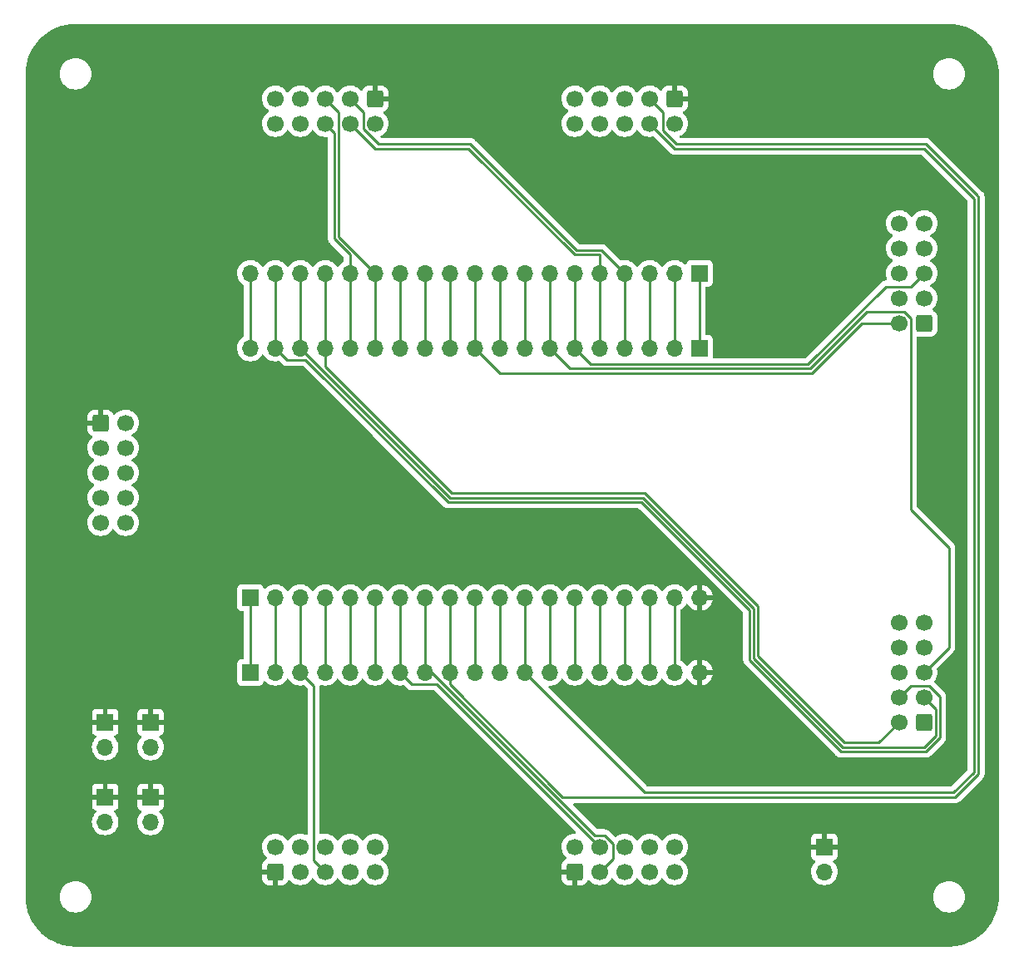
<source format=gbr>
%TF.GenerationSoftware,KiCad,Pcbnew,7.0.1*%
%TF.CreationDate,2023-04-12T13:59:21-04:00*%
%TF.ProjectId,PCB_BioGenius,5043425f-4269-46f4-9765-6e6975732e6b,rev?*%
%TF.SameCoordinates,Original*%
%TF.FileFunction,Copper,L1,Top*%
%TF.FilePolarity,Positive*%
%FSLAX46Y46*%
G04 Gerber Fmt 4.6, Leading zero omitted, Abs format (unit mm)*
G04 Created by KiCad (PCBNEW 7.0.1) date 2023-04-12 13:59:21*
%MOMM*%
%LPD*%
G01*
G04 APERTURE LIST*
G04 Aperture macros list*
%AMRoundRect*
0 Rectangle with rounded corners*
0 $1 Rounding radius*
0 $2 $3 $4 $5 $6 $7 $8 $9 X,Y pos of 4 corners*
0 Add a 4 corners polygon primitive as box body*
4,1,4,$2,$3,$4,$5,$6,$7,$8,$9,$2,$3,0*
0 Add four circle primitives for the rounded corners*
1,1,$1+$1,$2,$3*
1,1,$1+$1,$4,$5*
1,1,$1+$1,$6,$7*
1,1,$1+$1,$8,$9*
0 Add four rect primitives between the rounded corners*
20,1,$1+$1,$2,$3,$4,$5,0*
20,1,$1+$1,$4,$5,$6,$7,0*
20,1,$1+$1,$6,$7,$8,$9,0*
20,1,$1+$1,$8,$9,$2,$3,0*%
G04 Aperture macros list end*
%TA.AperFunction,ComponentPad*%
%ADD10RoundRect,0.250000X0.600000X0.600000X-0.600000X0.600000X-0.600000X-0.600000X0.600000X-0.600000X0*%
%TD*%
%TA.AperFunction,ComponentPad*%
%ADD11C,1.700000*%
%TD*%
%TA.AperFunction,ComponentPad*%
%ADD12RoundRect,0.250000X-0.600000X0.600000X-0.600000X-0.600000X0.600000X-0.600000X0.600000X0.600000X0*%
%TD*%
%TA.AperFunction,ComponentPad*%
%ADD13R,1.700000X1.700000*%
%TD*%
%TA.AperFunction,ComponentPad*%
%ADD14O,1.700000X1.700000*%
%TD*%
%TA.AperFunction,ComponentPad*%
%ADD15RoundRect,0.250000X-0.600000X-0.600000X0.600000X-0.600000X0.600000X0.600000X-0.600000X0.600000X0*%
%TD*%
%TA.AperFunction,ComponentPad*%
%ADD16RoundRect,0.250000X0.600000X-0.600000X0.600000X0.600000X-0.600000X0.600000X-0.600000X-0.600000X0*%
%TD*%
%TA.AperFunction,Conductor*%
%ADD17C,0.250000*%
%TD*%
G04 APERTURE END LIST*
D10*
%TO.P,J4,1,Pin_1*%
%TO.N,/GND*%
X172720000Y-109220000D03*
D11*
%TO.P,J4,2,Pin_2*%
%TO.N,/G5*%
X170180000Y-109220000D03*
%TO.P,J4,3,Pin_3*%
%TO.N,/G18*%
X172720000Y-106680000D03*
%TO.P,J4,4,Pin_4*%
%TO.N,/G19*%
X170180000Y-106680000D03*
%TO.P,J4,5,Pin_5*%
%TO.N,/A11*%
X172720000Y-104140000D03*
%TO.P,J4,6,Pin_6*%
%TO.N,unconnected-(J4-Pin_6-Pad6)*%
X170180000Y-104140000D03*
%TO.P,J4,7,Pin_7*%
%TO.N,unconnected-(J4-Pin_7-Pad7)*%
X172720000Y-101600000D03*
%TO.P,J4,8,Pin_8*%
%TO.N,unconnected-(J4-Pin_8-Pad8)*%
X170180000Y-101600000D03*
%TO.P,J4,9,Pin_9*%
%TO.N,unconnected-(J4-Pin_9-Pad9)*%
X172720000Y-99060000D03*
%TO.P,J4,10,Pin_10*%
%TO.N,unconnected-(J4-Pin_10-Pad10)*%
X170180000Y-99060000D03*
%TD*%
D12*
%TO.P,J6,1,Pin_1*%
%TO.N,/5V*%
X147320000Y-86360000D03*
D11*
%TO.P,J6,2,Pin_2*%
%TO.N,/GND*%
X147320000Y-88900000D03*
%TO.P,J6,3,Pin_3*%
%TO.N,/G25*%
X144780000Y-86360000D03*
%TO.P,J6,4,Pin_4*%
%TO.N,/G14*%
X144780000Y-88900000D03*
%TO.P,J6,5,Pin_5*%
%TO.N,unconnected-(J6-Pin_5-Pad5)*%
X142240000Y-86360000D03*
%TO.P,J6,6,Pin_6*%
%TO.N,unconnected-(J6-Pin_6-Pad6)*%
X142240000Y-88900000D03*
%TO.P,J6,7,Pin_7*%
%TO.N,unconnected-(J6-Pin_7-Pad7)*%
X139700000Y-86360000D03*
%TO.P,J6,8,Pin_8*%
%TO.N,unconnected-(J6-Pin_8-Pad8)*%
X139700000Y-88900000D03*
%TO.P,J6,9,Pin_9*%
%TO.N,unconnected-(J6-Pin_9-Pad9)*%
X137160000Y-86360000D03*
%TO.P,J6,10,Pin_10*%
%TO.N,unconnected-(J6-Pin_10-Pad10)*%
X137160000Y-88900000D03*
%TD*%
D13*
%TO.P,J15,1,Pin_1*%
%TO.N,/5V*%
X89380000Y-149860000D03*
D14*
%TO.P,J15,2,Pin_2*%
%TO.N,/GND*%
X89380000Y-152400000D03*
%TD*%
D15*
%TO.P,J11,1,Pin_1*%
%TO.N,/5V*%
X88900000Y-119380000D03*
D11*
%TO.P,J11,2,Pin_2*%
%TO.N,/G16*%
X91440000Y-119380000D03*
%TO.P,J11,3,Pin_3*%
%TO.N,/G17*%
X88900000Y-121920000D03*
%TO.P,J11,4,Pin_4*%
%TO.N,/GND*%
X91440000Y-121920000D03*
%TO.P,J11,5,Pin_5*%
%TO.N,unconnected-(J11-Pin_5-Pad5)*%
X88900000Y-124460000D03*
%TO.P,J11,6,Pin_6*%
%TO.N,unconnected-(J11-Pin_6-Pad6)*%
X91440000Y-124460000D03*
%TO.P,J11,7,Pin_7*%
%TO.N,unconnected-(J11-Pin_7-Pad7)*%
X88900000Y-127000000D03*
%TO.P,J11,8,Pin_8*%
%TO.N,unconnected-(J11-Pin_8-Pad8)*%
X91440000Y-127000000D03*
%TO.P,J11,9,Pin_9*%
%TO.N,unconnected-(J11-Pin_9-Pad9)*%
X88900000Y-129540000D03*
%TO.P,J11,10,Pin_10*%
%TO.N,unconnected-(J11-Pin_10-Pad10)*%
X91440000Y-129540000D03*
%TD*%
D16*
%TO.P,J2,1,Pin_1*%
%TO.N,/5V*%
X137160000Y-165100000D03*
D11*
%TO.P,J2,2,Pin_2*%
%TO.N,/GND*%
X137160000Y-162560000D03*
%TO.P,J2,3,Pin_3*%
%TO.N,/G33*%
X139700000Y-165100000D03*
%TO.P,J2,4,Pin_4*%
%TO.N,/G32*%
X139700000Y-162560000D03*
%TO.P,J2,5,Pin_5*%
%TO.N,/G34*%
X142240000Y-165100000D03*
%TO.P,J2,6,Pin_6*%
%TO.N,/G35*%
X142240000Y-162560000D03*
%TO.P,J2,7,Pin_7*%
%TO.N,unconnected-(J2-Pin_7-Pad7)*%
X144780000Y-165100000D03*
%TO.P,J2,8,Pin_8*%
%TO.N,unconnected-(J2-Pin_8-Pad8)*%
X144780000Y-162560000D03*
%TO.P,J2,9,Pin_9*%
%TO.N,unconnected-(J2-Pin_9-Pad9)*%
X147320000Y-165100000D03*
%TO.P,J2,10,Pin_10*%
%TO.N,unconnected-(J2-Pin_10-Pad10)*%
X147320000Y-162560000D03*
%TD*%
D13*
%TO.P,J12,1,Pin_1*%
%TO.N,/5V*%
X162560000Y-162560000D03*
D14*
%TO.P,J12,2,Pin_2*%
%TO.N,/GND*%
X162560000Y-165100000D03*
%TD*%
D12*
%TO.P,J5,1,Pin_1*%
%TO.N,/5V*%
X116840000Y-86360000D03*
D11*
%TO.P,J5,2,Pin_2*%
%TO.N,/GND*%
X116840000Y-88900000D03*
%TO.P,J5,3,Pin_3*%
%TO.N,/G15*%
X114300000Y-86360000D03*
%TO.P,J5,4,Pin_4*%
%TO.N,/G2*%
X114300000Y-88900000D03*
%TO.P,J5,5,Pin_5*%
%TO.N,/G21*%
X111760000Y-86360000D03*
%TO.P,J5,6,Pin_6*%
%TO.N,/G3*%
X111760000Y-88900000D03*
%TO.P,J5,7,Pin_7*%
%TO.N,unconnected-(J5-Pin_7-Pad7)*%
X109220000Y-86360000D03*
%TO.P,J5,8,Pin_8*%
%TO.N,unconnected-(J5-Pin_8-Pad8)*%
X109220000Y-88900000D03*
%TO.P,J5,9,Pin_9*%
%TO.N,unconnected-(J5-Pin_9-Pad9)*%
X106680000Y-86360000D03*
%TO.P,J5,10,Pin_10*%
%TO.N,unconnected-(J5-Pin_10-Pad10)*%
X106680000Y-88900000D03*
%TD*%
D16*
%TO.P,J1,1,Pin_1*%
%TO.N,/5V*%
X106680000Y-165100000D03*
D11*
%TO.P,J1,2,Pin_2*%
%TO.N,/GND*%
X106680000Y-162560000D03*
%TO.P,J1,3,Pin_3*%
%TO.N,/G26*%
X109220000Y-165100000D03*
%TO.P,J1,4,Pin_4*%
%TO.N,/G27*%
X109220000Y-162560000D03*
%TO.P,J1,5,Pin_5*%
%TO.N,/G36*%
X111760000Y-165100000D03*
%TO.P,J1,6,Pin_6*%
%TO.N,/G39*%
X111760000Y-162560000D03*
%TO.P,J1,7,Pin_7*%
%TO.N,unconnected-(J1-Pin_7-Pad7)*%
X114300000Y-165100000D03*
%TO.P,J1,8,Pin_8*%
%TO.N,unconnected-(J1-Pin_8-Pad8)*%
X114300000Y-162560000D03*
%TO.P,J1,9,Pin_9*%
%TO.N,unconnected-(J1-Pin_9-Pad9)*%
X116840000Y-165100000D03*
%TO.P,J1,10,Pin_10*%
%TO.N,unconnected-(J1-Pin_10-Pad10)*%
X116840000Y-162560000D03*
%TD*%
D13*
%TO.P,J9,1,Pin_1*%
%TO.N,/3.3V*%
X104140000Y-137160000D03*
D14*
%TO.P,J9,2,Pin_2*%
%TO.N,/EN*%
X106680000Y-137160000D03*
%TO.P,J9,3,Pin_3*%
%TO.N,/G36*%
X109220000Y-137160000D03*
%TO.P,J9,4,Pin_4*%
%TO.N,/G39*%
X111760000Y-137160000D03*
%TO.P,J9,5,Pin_5*%
%TO.N,/G34*%
X114300000Y-137160000D03*
%TO.P,J9,6,Pin_6*%
%TO.N,/G35*%
X116840000Y-137160000D03*
%TO.P,J9,7,Pin_7*%
%TO.N,/G32*%
X119380000Y-137160000D03*
%TO.P,J9,8,Pin_8*%
%TO.N,/G33*%
X121920000Y-137160000D03*
%TO.P,J9,9,Pin_9*%
%TO.N,/G25*%
X124460000Y-137160000D03*
%TO.P,J9,10,Pin_10*%
%TO.N,/G26*%
X127000000Y-137160000D03*
%TO.P,J9,11,Pin_11*%
%TO.N,/G27*%
X129540000Y-137160000D03*
%TO.P,J9,12,Pin_12*%
%TO.N,/G14*%
X132080000Y-137160000D03*
%TO.P,J9,13,Pin_13*%
%TO.N,/G12*%
X134620000Y-137160000D03*
%TO.P,J9,14,Pin_14*%
%TO.N,/GND*%
X137160000Y-137160000D03*
%TO.P,J9,15,Pin_15*%
%TO.N,/G13*%
X139700000Y-137160000D03*
%TO.P,J9,16,Pin_16*%
%TO.N,/G9*%
X142240000Y-137160000D03*
%TO.P,J9,17,Pin_17*%
%TO.N,/G10*%
X144780000Y-137160000D03*
%TO.P,J9,18,Pin_18*%
%TO.N,/G11*%
X147320000Y-137160000D03*
%TO.P,J9,19,Pin_19*%
%TO.N,/5V*%
X149860000Y-137160000D03*
%TD*%
D10*
%TO.P,J3,1,Pin_1*%
%TO.N,/GND*%
X172720000Y-149860000D03*
D11*
%TO.P,J3,2,Pin_2*%
%TO.N,/G1*%
X170180000Y-149860000D03*
%TO.P,J3,3,Pin_3*%
%TO.N,/G22*%
X172720000Y-147320000D03*
%TO.P,J3,4,Pin_4*%
%TO.N,/G23*%
X170180000Y-147320000D03*
%TO.P,J3,5,Pin_5*%
%TO.N,/A10*%
X172720000Y-144780000D03*
%TO.P,J3,6,Pin_6*%
%TO.N,unconnected-(J3-Pin_6-Pad6)*%
X170180000Y-144780000D03*
%TO.P,J3,7,Pin_7*%
%TO.N,unconnected-(J3-Pin_7-Pad7)*%
X172720000Y-142240000D03*
%TO.P,J3,8,Pin_8*%
%TO.N,unconnected-(J3-Pin_8-Pad8)*%
X170180000Y-142240000D03*
%TO.P,J3,9,Pin_9*%
%TO.N,unconnected-(J3-Pin_9-Pad9)*%
X172720000Y-139700000D03*
%TO.P,J3,10,Pin_10*%
%TO.N,unconnected-(J3-Pin_10-Pad10)*%
X170180000Y-139700000D03*
%TD*%
D13*
%TO.P,J13,1,Pin_1*%
%TO.N,/5V*%
X89380000Y-157480000D03*
D14*
%TO.P,J13,2,Pin_2*%
%TO.N,/GND*%
X89380000Y-160020000D03*
%TD*%
D13*
%TO.P,J7,1,Pin_1*%
%TO.N,/3.3V*%
X104140000Y-144780000D03*
D14*
%TO.P,J7,2,Pin_2*%
%TO.N,/EN*%
X106680000Y-144780000D03*
%TO.P,J7,3,Pin_3*%
%TO.N,/G36*%
X109220000Y-144780000D03*
%TO.P,J7,4,Pin_4*%
%TO.N,/G39*%
X111760000Y-144780000D03*
%TO.P,J7,5,Pin_5*%
%TO.N,/G34*%
X114300000Y-144780000D03*
%TO.P,J7,6,Pin_6*%
%TO.N,/G35*%
X116840000Y-144780000D03*
%TO.P,J7,7,Pin_7*%
%TO.N,/G32*%
X119380000Y-144780000D03*
%TO.P,J7,8,Pin_8*%
%TO.N,/G33*%
X121920000Y-144780000D03*
%TO.P,J7,9,Pin_9*%
%TO.N,/G25*%
X124460000Y-144780000D03*
%TO.P,J7,10,Pin_10*%
%TO.N,/G26*%
X127000000Y-144780000D03*
%TO.P,J7,11,Pin_11*%
%TO.N,/G27*%
X129540000Y-144780000D03*
%TO.P,J7,12,Pin_12*%
%TO.N,/G14*%
X132080000Y-144780000D03*
%TO.P,J7,13,Pin_13*%
%TO.N,/G12*%
X134620000Y-144780000D03*
%TO.P,J7,14,Pin_14*%
%TO.N,/GND*%
X137160000Y-144780000D03*
%TO.P,J7,15,Pin_15*%
%TO.N,/G13*%
X139700000Y-144780000D03*
%TO.P,J7,16,Pin_16*%
%TO.N,/G9*%
X142240000Y-144780000D03*
%TO.P,J7,17,Pin_17*%
%TO.N,/G10*%
X144780000Y-144780000D03*
%TO.P,J7,18,Pin_18*%
%TO.N,/G11*%
X147320000Y-144780000D03*
%TO.P,J7,19,Pin_19*%
%TO.N,/5V*%
X149860000Y-144780000D03*
%TD*%
D13*
%TO.P,J8,1,Pin_1*%
%TO.N,/G6*%
X149860000Y-104140000D03*
D14*
%TO.P,J8,2,Pin_2*%
%TO.N,/G7*%
X147320000Y-104140000D03*
%TO.P,J8,3,Pin_3*%
%TO.N,/G8*%
X144780000Y-104140000D03*
%TO.P,J8,4,Pin_4*%
%TO.N,/G15*%
X142240000Y-104140000D03*
%TO.P,J8,5,Pin_5*%
%TO.N,/G2*%
X139700000Y-104140000D03*
%TO.P,J8,6,Pin_6*%
%TO.N,/A11*%
X137160000Y-104140000D03*
%TO.P,J8,7,Pin_7*%
%TO.N,/A10*%
X134620000Y-104140000D03*
%TO.P,J8,8,Pin_8*%
%TO.N,/G16*%
X132080000Y-104140000D03*
%TO.P,J8,9,Pin_9*%
%TO.N,/G17*%
X129540000Y-104140000D03*
%TO.P,J8,10,Pin_10*%
%TO.N,/G5*%
X127000000Y-104140000D03*
%TO.P,J8,11,Pin_11*%
%TO.N,/G18*%
X124460000Y-104140000D03*
%TO.P,J8,12,Pin_12*%
%TO.N,/G19*%
X121920000Y-104140000D03*
%TO.P,J8,13,Pin_13*%
%TO.N,/GND*%
X119380000Y-104140000D03*
%TO.P,J8,14,Pin_14*%
%TO.N,/G21*%
X116840000Y-104140000D03*
%TO.P,J8,15,Pin_15*%
%TO.N,/G3*%
X114300000Y-104140000D03*
%TO.P,J8,16,Pin_16*%
%TO.N,/G1*%
X111760000Y-104140000D03*
%TO.P,J8,17,Pin_17*%
%TO.N,/G22*%
X109220000Y-104140000D03*
%TO.P,J8,18,Pin_18*%
%TO.N,/G23*%
X106680000Y-104140000D03*
%TO.P,J8,19,Pin_19*%
%TO.N,/GND*%
X104140000Y-104140000D03*
%TD*%
D13*
%TO.P,J16,1,Pin_1*%
%TO.N,/5V*%
X93980000Y-149860000D03*
D14*
%TO.P,J16,2,Pin_2*%
%TO.N,/GND*%
X93980000Y-152400000D03*
%TD*%
D13*
%TO.P,J10,1,Pin_1*%
%TO.N,/G6*%
X149860000Y-111760000D03*
D14*
%TO.P,J10,2,Pin_2*%
%TO.N,/G7*%
X147320000Y-111760000D03*
%TO.P,J10,3,Pin_3*%
%TO.N,/G8*%
X144780000Y-111760000D03*
%TO.P,J10,4,Pin_4*%
%TO.N,/G15*%
X142240000Y-111760000D03*
%TO.P,J10,5,Pin_5*%
%TO.N,/G2*%
X139700000Y-111760000D03*
%TO.P,J10,6,Pin_6*%
%TO.N,/A11*%
X137160000Y-111760000D03*
%TO.P,J10,7,Pin_7*%
%TO.N,/A10*%
X134620000Y-111760000D03*
%TO.P,J10,8,Pin_8*%
%TO.N,/G16*%
X132080000Y-111760000D03*
%TO.P,J10,9,Pin_9*%
%TO.N,/G17*%
X129540000Y-111760000D03*
%TO.P,J10,10,Pin_10*%
%TO.N,/G5*%
X127000000Y-111760000D03*
%TO.P,J10,11,Pin_11*%
%TO.N,/G18*%
X124460000Y-111760000D03*
%TO.P,J10,12,Pin_12*%
%TO.N,/G19*%
X121920000Y-111760000D03*
%TO.P,J10,13,Pin_13*%
%TO.N,/GND*%
X119380000Y-111760000D03*
%TO.P,J10,14,Pin_14*%
%TO.N,/G21*%
X116840000Y-111760000D03*
%TO.P,J10,15,Pin_15*%
%TO.N,/G3*%
X114300000Y-111760000D03*
%TO.P,J10,16,Pin_16*%
%TO.N,/G1*%
X111760000Y-111760000D03*
%TO.P,J10,17,Pin_17*%
%TO.N,/G22*%
X109220000Y-111760000D03*
%TO.P,J10,18,Pin_18*%
%TO.N,/G23*%
X106680000Y-111760000D03*
%TO.P,J10,19,Pin_19*%
%TO.N,/GND*%
X104140000Y-111760000D03*
%TD*%
D13*
%TO.P,J14,1,Pin_1*%
%TO.N,/5V*%
X93980000Y-157480000D03*
D14*
%TO.P,J14,2,Pin_2*%
%TO.N,/GND*%
X93980000Y-160020000D03*
%TD*%
D17*
%TO.N,/5V*%
X149860000Y-137160000D02*
X149860000Y-144780000D01*
%TO.N,/G26*%
X127000000Y-137160000D02*
X127000000Y-144780000D01*
%TO.N,/G27*%
X129540000Y-137160000D02*
X129540000Y-144780000D01*
%TO.N,/G36*%
X109220000Y-137160000D02*
X109220000Y-144780000D01*
X111760000Y-165100000D02*
X110585000Y-163925000D01*
X110585000Y-163925000D02*
X110585000Y-146145000D01*
X110585000Y-146145000D02*
X109220000Y-144780000D01*
%TO.N,/G39*%
X111760000Y-137160000D02*
X111760000Y-144780000D01*
%TO.N,/G33*%
X140186701Y-161385000D02*
X139213299Y-161385000D01*
X122608299Y-144780000D02*
X121920000Y-144780000D01*
X139700000Y-165100000D02*
X141065000Y-163735000D01*
X141065000Y-163735000D02*
X141065000Y-162263299D01*
X139213299Y-161385000D02*
X122608299Y-144780000D01*
X121920000Y-137160000D02*
X121920000Y-144780000D01*
X141065000Y-162263299D02*
X140186701Y-161385000D01*
%TO.N,/G34*%
X114300000Y-137160000D02*
X114300000Y-144780000D01*
X142240000Y-165100000D02*
X142240000Y-165736396D01*
%TO.N,/G35*%
X116840000Y-137160000D02*
X116840000Y-144780000D01*
%TO.N,/G1*%
X144330000Y-126550000D02*
X155840000Y-138060000D01*
X111760000Y-104140000D02*
X111760000Y-111760000D01*
X124646396Y-126550000D02*
X144330000Y-126550000D01*
X111760000Y-113663604D02*
X124646396Y-126550000D01*
X155840000Y-138060000D02*
X155840000Y-143140000D01*
X164650000Y-151950000D02*
X168090000Y-151950000D01*
X168090000Y-151950000D02*
X170180000Y-149860000D01*
X111760000Y-111760000D02*
X111760000Y-113663604D01*
X155840000Y-143140000D02*
X164650000Y-151950000D01*
%TO.N,/G5*%
X127000000Y-104140000D02*
X127000000Y-111760000D01*
X161292792Y-114300000D02*
X166372792Y-109220000D01*
X166372792Y-109220000D02*
X170180000Y-109220000D01*
X127000000Y-111760000D02*
X129540000Y-114300000D01*
X129540000Y-114300000D02*
X161292792Y-114300000D01*
%TO.N,/G18*%
X124460000Y-104140000D02*
X124460000Y-111760000D01*
%TO.N,/G19*%
X121920000Y-104140000D02*
X121920000Y-111760000D01*
%TO.N,/G25*%
X170366396Y-90990000D02*
X172906396Y-90990000D01*
X147506396Y-90990000D02*
X170366396Y-90990000D01*
X124460000Y-145995305D02*
X124460000Y-144780000D01*
X175896396Y-157480000D02*
X135944695Y-157480000D01*
X172906396Y-90990000D02*
X178118198Y-96201802D01*
X146145000Y-89628604D02*
X147506396Y-90990000D01*
X178250000Y-155126396D02*
X175896396Y-157480000D01*
X124460000Y-137160000D02*
X124460000Y-144780000D01*
X178250000Y-96333604D02*
X178250000Y-155126396D01*
X135944695Y-157480000D02*
X124460000Y-145995305D01*
X144780000Y-86360000D02*
X146145000Y-87725000D01*
X146145000Y-87725000D02*
X146145000Y-89628604D01*
%TO.N,/G14*%
X132080000Y-137160000D02*
X132080000Y-144780000D01*
X170180000Y-91440000D02*
X172720000Y-91440000D01*
X144780000Y-88900000D02*
X147320000Y-91440000D01*
X177800000Y-96520000D02*
X177800000Y-154940000D01*
X147320000Y-91440000D02*
X170180000Y-91440000D01*
X172720000Y-91440000D02*
X177800000Y-96520000D01*
X177800000Y-154940000D02*
X175710000Y-157030000D01*
X175710000Y-157030000D02*
X144330000Y-157030000D01*
X144330000Y-157030000D02*
X132080000Y-144780000D01*
%TO.N,/3.3V*%
X104140000Y-137160000D02*
X104140000Y-144780000D01*
%TO.N,/EN*%
X106680000Y-137160000D02*
X106680000Y-144780000D01*
%TO.N,/G12*%
X134620000Y-137160000D02*
X134620000Y-144780000D01*
%TO.N,/G13*%
X139700000Y-137160000D02*
X139700000Y-144780000D01*
%TO.N,/G9*%
X142240000Y-137160000D02*
X142240000Y-144780000D01*
%TO.N,/G10*%
X144780000Y-137160000D02*
X144780000Y-144780000D01*
%TO.N,/G11*%
X147320000Y-137160000D02*
X147320000Y-144780000D01*
%TO.N,/A10*%
X170666701Y-108045000D02*
X171355000Y-108733299D01*
X134620000Y-104140000D02*
X134620000Y-111760000D01*
X171355000Y-128175000D02*
X175260000Y-132080000D01*
X136710000Y-113850000D02*
X161106396Y-113850000D01*
X171355000Y-108733299D02*
X171355000Y-128175000D01*
X166911396Y-108045000D02*
X170666701Y-108045000D01*
X134620000Y-111760000D02*
X136710000Y-113850000D01*
X175260000Y-142240000D02*
X172720000Y-144780000D01*
X161106396Y-113850000D02*
X166911396Y-108045000D01*
X175260000Y-132080000D02*
X175260000Y-142240000D01*
%TO.N,/G17*%
X129540000Y-104140000D02*
X129540000Y-111760000D01*
%TO.N,/G32*%
X120555000Y-145955000D02*
X119380000Y-144780000D01*
X139700000Y-162560000D02*
X123095000Y-145955000D01*
X123095000Y-145955000D02*
X120555000Y-145955000D01*
X119380000Y-137160000D02*
X119380000Y-144780000D01*
%TO.N,/GND*%
X104140000Y-104140000D02*
X104140000Y-111760000D01*
X119380000Y-104140000D02*
X119380000Y-111760000D01*
X137160000Y-137160000D02*
X137160000Y-144780000D01*
%TO.N,/G22*%
X172720000Y-152400000D02*
X164463604Y-152400000D01*
X109220000Y-104140000D02*
X109220000Y-111760000D01*
X155390000Y-138246396D02*
X144143604Y-127000000D01*
X164463604Y-152400000D02*
X155390000Y-143326396D01*
X173895000Y-148495000D02*
X173895000Y-151225000D01*
X173895000Y-151225000D02*
X172720000Y-152400000D01*
X124460000Y-127000000D02*
X109220000Y-111760000D01*
X155390000Y-143326396D02*
X155390000Y-138246396D01*
X144143604Y-127000000D02*
X124460000Y-127000000D01*
X172720000Y-147320000D02*
X173895000Y-148495000D01*
%TO.N,/G23*%
X174345000Y-151411396D02*
X172906396Y-152850000D01*
X109758604Y-112935000D02*
X107855000Y-112935000D01*
X170180000Y-147320000D02*
X171355000Y-146145000D01*
X154940000Y-143512792D02*
X154940000Y-138432792D01*
X173206701Y-146145000D02*
X174345000Y-147283299D01*
X106680000Y-104140000D02*
X106680000Y-111760000D01*
X107855000Y-112935000D02*
X106680000Y-111760000D01*
X164277208Y-152850000D02*
X154940000Y-143512792D01*
X171355000Y-146145000D02*
X173206701Y-146145000D01*
X172906396Y-152850000D02*
X164277208Y-152850000D01*
X174345000Y-147283299D02*
X174345000Y-151411396D01*
X143957208Y-127450000D02*
X124273604Y-127450000D01*
X124273604Y-127450000D02*
X109758604Y-112935000D01*
X154940000Y-138432792D02*
X143957208Y-127450000D01*
%TO.N,/G21*%
X111760000Y-86360000D02*
X113125000Y-87725000D01*
X113125000Y-100425000D02*
X113125000Y-87725000D01*
X116840000Y-104140000D02*
X116840000Y-111760000D01*
X113125000Y-100425000D02*
X116840000Y-104140000D01*
%TO.N,/G3*%
X114300000Y-104140000D02*
X114300000Y-111760000D01*
X114300000Y-102236396D02*
X114300000Y-104140000D01*
X112675000Y-89815000D02*
X111760000Y-88900000D01*
X112675000Y-100611396D02*
X112675000Y-89815000D01*
X112675000Y-100611396D02*
X114300000Y-102236396D01*
%TO.N,/A11*%
X168815000Y-105505000D02*
X171355000Y-105505000D01*
X138800000Y-113400000D02*
X160920000Y-113400000D01*
X137160000Y-111760000D02*
X138800000Y-113400000D01*
X137160000Y-104140000D02*
X137160000Y-111760000D01*
X171355000Y-105505000D02*
X172720000Y-104140000D01*
X160920000Y-113400000D02*
X168815000Y-105505000D01*
%TO.N,/G15*%
X114300000Y-86360000D02*
X115665000Y-87725000D01*
X137346396Y-101786396D02*
X139886396Y-101786396D01*
X117220851Y-90990000D02*
X126550000Y-90990000D01*
X115665000Y-87725000D02*
X115665000Y-89434149D01*
X126550000Y-90990000D02*
X137346396Y-101786396D01*
X139886396Y-101786396D02*
X142240000Y-104140000D01*
X115665000Y-89434149D02*
X117220851Y-90990000D01*
X142240000Y-104140000D02*
X142240000Y-111760000D01*
%TO.N,/G2*%
X114300000Y-88900000D02*
X116840000Y-91440000D01*
X126363604Y-91440000D02*
X137160000Y-102236396D01*
X139700000Y-102236396D02*
X139700000Y-104140000D01*
X139700000Y-104140000D02*
X139700000Y-111760000D01*
X137160000Y-102236396D02*
X139700000Y-102236396D01*
X116840000Y-91440000D02*
X126363604Y-91440000D01*
%TO.N,/G6*%
X149860000Y-104140000D02*
X149860000Y-111760000D01*
%TO.N,/G7*%
X147320000Y-104140000D02*
X147320000Y-111760000D01*
%TO.N,/G8*%
X144780000Y-104140000D02*
X144780000Y-111760000D01*
%TO.N,/G16*%
X132080000Y-104140000D02*
X132080000Y-111760000D01*
%TD*%
%TA.AperFunction,Conductor*%
%TO.N,/5V*%
G36*
X175262562Y-78740605D02*
G01*
X175477373Y-78749490D01*
X175680249Y-78758348D01*
X175690120Y-78759177D01*
X175905510Y-78786026D01*
X175905963Y-78786084D01*
X176108504Y-78812749D01*
X176117718Y-78814319D01*
X176329797Y-78858787D01*
X176330827Y-78859009D01*
X176530566Y-78903290D01*
X176539092Y-78905502D01*
X176676957Y-78946546D01*
X176746503Y-78967251D01*
X176748407Y-78967835D01*
X176799925Y-78984078D01*
X176943404Y-79029316D01*
X176951119Y-79032034D01*
X177152754Y-79110712D01*
X177155027Y-79111626D01*
X177343987Y-79189896D01*
X177350965Y-79193043D01*
X177545405Y-79288098D01*
X177548080Y-79289449D01*
X177638300Y-79336415D01*
X177729482Y-79383882D01*
X177735698Y-79387348D01*
X177921533Y-79498081D01*
X177924685Y-79500024D01*
X178097116Y-79609875D01*
X178102545Y-79613538D01*
X178278570Y-79739218D01*
X178282002Y-79741759D01*
X178444219Y-79866232D01*
X178448874Y-79869985D01*
X178613920Y-80009771D01*
X178617552Y-80012972D01*
X178768327Y-80151132D01*
X178772235Y-80154873D01*
X178925125Y-80307763D01*
X178928866Y-80311671D01*
X179067026Y-80462446D01*
X179070227Y-80466078D01*
X179210013Y-80631124D01*
X179213766Y-80635779D01*
X179338239Y-80797996D01*
X179340780Y-80801428D01*
X179466460Y-80977453D01*
X179470123Y-80982882D01*
X179579974Y-81155313D01*
X179581917Y-81158465D01*
X179692650Y-81344300D01*
X179696116Y-81350516D01*
X179790534Y-81531889D01*
X179791946Y-81534686D01*
X179886942Y-81729004D01*
X179890102Y-81736011D01*
X179968351Y-81924920D01*
X179969307Y-81927298D01*
X180047949Y-82128838D01*
X180050693Y-82136627D01*
X180112163Y-82331591D01*
X180112747Y-82333495D01*
X180174494Y-82540898D01*
X180176710Y-82549441D01*
X180220949Y-82748987D01*
X180221249Y-82750380D01*
X180265675Y-82962260D01*
X180267253Y-82971521D01*
X180293887Y-83173829D01*
X180293996Y-83174676D01*
X180320818Y-83389849D01*
X180321652Y-83399778D01*
X180330512Y-83602701D01*
X180330524Y-83602986D01*
X180339394Y-83817438D01*
X180339500Y-83822562D01*
X180339500Y-167637438D01*
X180339394Y-167642562D01*
X180330524Y-167857013D01*
X180330512Y-167857298D01*
X180321652Y-168060220D01*
X180320818Y-168070149D01*
X180293996Y-168285322D01*
X180293887Y-168286169D01*
X180267253Y-168488477D01*
X180265675Y-168497738D01*
X180221249Y-168709618D01*
X180220949Y-168711011D01*
X180176710Y-168910557D01*
X180174494Y-168919100D01*
X180112747Y-169126503D01*
X180112163Y-169128407D01*
X180050693Y-169323371D01*
X180047949Y-169331160D01*
X179969307Y-169532700D01*
X179968351Y-169535078D01*
X179890102Y-169723987D01*
X179886942Y-169730994D01*
X179791946Y-169925312D01*
X179790534Y-169928109D01*
X179696116Y-170109482D01*
X179692650Y-170115698D01*
X179581917Y-170301533D01*
X179579974Y-170304685D01*
X179470123Y-170477116D01*
X179466460Y-170482545D01*
X179340780Y-170658570D01*
X179338239Y-170662002D01*
X179213766Y-170824219D01*
X179210013Y-170828874D01*
X179070227Y-170993920D01*
X179067026Y-170997552D01*
X178928866Y-171148327D01*
X178925125Y-171152235D01*
X178772235Y-171305125D01*
X178768327Y-171308866D01*
X178617552Y-171447026D01*
X178613920Y-171450227D01*
X178448874Y-171590013D01*
X178444219Y-171593766D01*
X178282002Y-171718239D01*
X178278570Y-171720780D01*
X178102545Y-171846460D01*
X178097116Y-171850123D01*
X177924685Y-171959974D01*
X177921533Y-171961917D01*
X177735698Y-172072650D01*
X177729482Y-172076116D01*
X177548109Y-172170534D01*
X177545312Y-172171946D01*
X177350994Y-172266942D01*
X177343987Y-172270102D01*
X177155078Y-172348351D01*
X177152700Y-172349307D01*
X176951160Y-172427949D01*
X176943371Y-172430693D01*
X176748407Y-172492163D01*
X176746503Y-172492747D01*
X176539100Y-172554494D01*
X176530557Y-172556710D01*
X176331011Y-172600949D01*
X176329618Y-172601249D01*
X176117738Y-172645675D01*
X176108477Y-172647253D01*
X175906169Y-172673887D01*
X175905322Y-172673996D01*
X175690149Y-172700818D01*
X175680220Y-172701652D01*
X175477408Y-172710507D01*
X175477124Y-172710519D01*
X175262563Y-172719394D01*
X175257438Y-172719500D01*
X86362562Y-172719500D01*
X86357437Y-172719394D01*
X86142874Y-172710519D01*
X86142590Y-172710507D01*
X85939778Y-172701652D01*
X85929849Y-172700818D01*
X85714676Y-172673996D01*
X85713829Y-172673887D01*
X85511521Y-172647253D01*
X85502260Y-172645675D01*
X85290380Y-172601249D01*
X85288987Y-172600949D01*
X85089441Y-172556710D01*
X85080898Y-172554494D01*
X84873495Y-172492747D01*
X84871591Y-172492163D01*
X84676627Y-172430693D01*
X84668845Y-172427951D01*
X84538255Y-172376995D01*
X84467298Y-172349307D01*
X84464920Y-172348351D01*
X84276011Y-172270102D01*
X84269004Y-172266942D01*
X84074657Y-172171931D01*
X84071889Y-172170534D01*
X83890516Y-172076116D01*
X83884300Y-172072650D01*
X83698465Y-171961917D01*
X83695313Y-171959974D01*
X83522882Y-171850123D01*
X83517453Y-171846460D01*
X83341428Y-171720780D01*
X83337996Y-171718239D01*
X83175779Y-171593766D01*
X83171124Y-171590013D01*
X83006078Y-171450227D01*
X83002446Y-171447026D01*
X82851671Y-171308866D01*
X82847763Y-171305125D01*
X82694873Y-171152235D01*
X82691132Y-171148327D01*
X82552972Y-170997552D01*
X82549771Y-170993920D01*
X82409985Y-170828874D01*
X82406232Y-170824219D01*
X82281759Y-170662002D01*
X82279218Y-170658570D01*
X82153538Y-170482545D01*
X82149875Y-170477116D01*
X82040024Y-170304685D01*
X82038081Y-170301533D01*
X81927348Y-170115698D01*
X81923882Y-170109482D01*
X81829464Y-169928109D01*
X81828098Y-169925404D01*
X81733043Y-169730965D01*
X81729896Y-169723987D01*
X81651626Y-169535027D01*
X81650712Y-169532754D01*
X81572034Y-169331119D01*
X81569316Y-169323404D01*
X81507835Y-169128407D01*
X81507251Y-169126503D01*
X81445504Y-168919100D01*
X81443288Y-168910557D01*
X81399009Y-168710827D01*
X81398787Y-168709797D01*
X81354319Y-168497718D01*
X81352749Y-168488504D01*
X81326084Y-168285963D01*
X81326026Y-168285510D01*
X81299177Y-168070120D01*
X81298348Y-168060249D01*
X81289487Y-167857298D01*
X81280605Y-167642562D01*
X81280552Y-167639999D01*
X84754551Y-167639999D01*
X84774317Y-167891149D01*
X84833126Y-168136110D01*
X84881330Y-168252484D01*
X84929534Y-168368859D01*
X85061164Y-168583659D01*
X85224776Y-168775224D01*
X85416341Y-168938836D01*
X85631141Y-169070466D01*
X85863889Y-169166873D01*
X86108852Y-169225683D01*
X86360000Y-169245449D01*
X86611148Y-169225683D01*
X86856111Y-169166873D01*
X87088859Y-169070466D01*
X87303659Y-168938836D01*
X87495224Y-168775224D01*
X87658836Y-168583659D01*
X87790466Y-168368859D01*
X87886873Y-168136111D01*
X87945683Y-167891148D01*
X87965449Y-167640000D01*
X87965449Y-167639999D01*
X173654551Y-167639999D01*
X173674317Y-167891149D01*
X173733126Y-168136110D01*
X173781330Y-168252484D01*
X173829534Y-168368859D01*
X173961164Y-168583659D01*
X174124776Y-168775224D01*
X174316341Y-168938836D01*
X174531141Y-169070466D01*
X174763889Y-169166873D01*
X175008852Y-169225683D01*
X175260000Y-169245449D01*
X175511148Y-169225683D01*
X175756111Y-169166873D01*
X175988859Y-169070466D01*
X176203659Y-168938836D01*
X176395224Y-168775224D01*
X176558836Y-168583659D01*
X176690466Y-168368859D01*
X176786873Y-168136111D01*
X176845683Y-167891148D01*
X176865449Y-167640000D01*
X176845683Y-167388852D01*
X176786873Y-167143889D01*
X176690466Y-166911141D01*
X176558836Y-166696341D01*
X176395224Y-166504776D01*
X176203659Y-166341164D01*
X175988859Y-166209534D01*
X175872484Y-166161330D01*
X175756110Y-166113126D01*
X175511149Y-166054317D01*
X175335588Y-166040500D01*
X175260000Y-166034551D01*
X175259999Y-166034551D01*
X175008850Y-166054317D01*
X174763889Y-166113126D01*
X174531139Y-166209535D01*
X174316342Y-166341163D01*
X174124776Y-166504776D01*
X173961163Y-166696342D01*
X173829535Y-166911139D01*
X173733126Y-167143889D01*
X173674317Y-167388850D01*
X173654551Y-167639999D01*
X87965449Y-167639999D01*
X87945683Y-167388852D01*
X87886873Y-167143889D01*
X87790466Y-166911141D01*
X87658836Y-166696341D01*
X87495224Y-166504776D01*
X87303659Y-166341164D01*
X87088859Y-166209534D01*
X86972484Y-166161330D01*
X86856110Y-166113126D01*
X86611149Y-166054317D01*
X86435588Y-166040500D01*
X86360000Y-166034551D01*
X86359999Y-166034551D01*
X86108850Y-166054317D01*
X85863889Y-166113126D01*
X85631139Y-166209535D01*
X85416342Y-166341163D01*
X85224776Y-166504776D01*
X85061163Y-166696342D01*
X84929535Y-166911139D01*
X84833126Y-167143889D01*
X84774317Y-167388850D01*
X84754551Y-167639999D01*
X81280552Y-167639999D01*
X81280500Y-167637439D01*
X81280500Y-165350000D01*
X105330001Y-165350000D01*
X105330001Y-165749979D01*
X105340493Y-165852695D01*
X105395642Y-166019122D01*
X105487683Y-166168345D01*
X105611654Y-166292316D01*
X105760877Y-166384357D01*
X105927303Y-166439506D01*
X106030021Y-166450000D01*
X106430000Y-166450000D01*
X106430000Y-165350000D01*
X105330001Y-165350000D01*
X81280500Y-165350000D01*
X81280500Y-160020000D01*
X88024340Y-160020000D01*
X88044936Y-160255407D01*
X88089709Y-160422501D01*
X88106097Y-160483663D01*
X88205965Y-160697830D01*
X88341505Y-160891401D01*
X88508599Y-161058495D01*
X88702170Y-161194035D01*
X88916337Y-161293903D01*
X89144592Y-161355063D01*
X89380000Y-161375659D01*
X89615408Y-161355063D01*
X89843663Y-161293903D01*
X90057830Y-161194035D01*
X90251401Y-161058495D01*
X90418495Y-160891401D01*
X90554035Y-160697830D01*
X90653903Y-160483663D01*
X90715063Y-160255408D01*
X90735659Y-160020000D01*
X92624340Y-160020000D01*
X92644936Y-160255407D01*
X92689709Y-160422501D01*
X92706097Y-160483663D01*
X92805965Y-160697830D01*
X92941505Y-160891401D01*
X93108599Y-161058495D01*
X93302170Y-161194035D01*
X93516337Y-161293903D01*
X93744592Y-161355063D01*
X93980000Y-161375659D01*
X94215408Y-161355063D01*
X94443663Y-161293903D01*
X94657830Y-161194035D01*
X94851401Y-161058495D01*
X95018495Y-160891401D01*
X95154035Y-160697830D01*
X95253903Y-160483663D01*
X95315063Y-160255408D01*
X95335659Y-160020000D01*
X95315063Y-159784592D01*
X95253903Y-159556337D01*
X95154035Y-159342171D01*
X95018495Y-159148599D01*
X94896181Y-159026285D01*
X94864885Y-158973539D01*
X94862696Y-158912246D01*
X94890149Y-158857401D01*
X94940528Y-158822422D01*
X95072089Y-158773352D01*
X95187188Y-158687188D01*
X95273352Y-158572089D01*
X95323597Y-158437375D01*
X95330000Y-158377824D01*
X95330000Y-157730000D01*
X92630000Y-157730000D01*
X92630000Y-158377824D01*
X92636402Y-158437375D01*
X92686647Y-158572089D01*
X92772811Y-158687188D01*
X92887911Y-158773352D01*
X93019471Y-158822422D01*
X93069850Y-158857401D01*
X93097303Y-158912246D01*
X93095114Y-158973539D01*
X93063819Y-159026285D01*
X92941503Y-159148601D01*
X92805965Y-159342170D01*
X92706097Y-159556336D01*
X92644936Y-159784592D01*
X92624340Y-160020000D01*
X90735659Y-160020000D01*
X90715063Y-159784592D01*
X90653903Y-159556337D01*
X90554035Y-159342171D01*
X90418495Y-159148599D01*
X90296181Y-159026285D01*
X90264885Y-158973539D01*
X90262696Y-158912246D01*
X90290149Y-158857401D01*
X90340528Y-158822422D01*
X90472089Y-158773352D01*
X90587188Y-158687188D01*
X90673352Y-158572089D01*
X90723597Y-158437375D01*
X90730000Y-158377824D01*
X90730000Y-157730000D01*
X88030000Y-157730000D01*
X88030000Y-158377824D01*
X88036402Y-158437375D01*
X88086647Y-158572089D01*
X88172811Y-158687188D01*
X88287911Y-158773352D01*
X88419471Y-158822422D01*
X88469850Y-158857401D01*
X88497303Y-158912246D01*
X88495114Y-158973539D01*
X88463819Y-159026285D01*
X88341503Y-159148601D01*
X88205965Y-159342170D01*
X88106097Y-159556336D01*
X88044936Y-159784592D01*
X88024340Y-160020000D01*
X81280500Y-160020000D01*
X81280500Y-157230000D01*
X88030000Y-157230000D01*
X89130000Y-157230000D01*
X89130000Y-156130000D01*
X89630000Y-156130000D01*
X89630000Y-157230000D01*
X90730000Y-157230000D01*
X92630000Y-157230000D01*
X93730000Y-157230000D01*
X93730000Y-156130000D01*
X94230000Y-156130000D01*
X94230000Y-157230000D01*
X95330000Y-157230000D01*
X95330000Y-156582176D01*
X95323597Y-156522624D01*
X95273352Y-156387910D01*
X95187188Y-156272811D01*
X95072089Y-156186647D01*
X94937375Y-156136402D01*
X94877824Y-156130000D01*
X94230000Y-156130000D01*
X93730000Y-156130000D01*
X93082176Y-156130000D01*
X93022624Y-156136402D01*
X92887910Y-156186647D01*
X92772811Y-156272811D01*
X92686647Y-156387910D01*
X92636402Y-156522624D01*
X92630000Y-156582176D01*
X92630000Y-157230000D01*
X90730000Y-157230000D01*
X90730000Y-156582176D01*
X90723597Y-156522624D01*
X90673352Y-156387910D01*
X90587188Y-156272811D01*
X90472089Y-156186647D01*
X90337375Y-156136402D01*
X90277824Y-156130000D01*
X89630000Y-156130000D01*
X89130000Y-156130000D01*
X88482176Y-156130000D01*
X88422624Y-156136402D01*
X88287910Y-156186647D01*
X88172811Y-156272811D01*
X88086647Y-156387910D01*
X88036402Y-156522624D01*
X88030000Y-156582176D01*
X88030000Y-157230000D01*
X81280500Y-157230000D01*
X81280500Y-152400000D01*
X88024340Y-152400000D01*
X88044936Y-152635407D01*
X88089709Y-152802502D01*
X88106097Y-152863663D01*
X88205965Y-153077830D01*
X88341505Y-153271401D01*
X88508599Y-153438495D01*
X88702170Y-153574035D01*
X88916337Y-153673903D01*
X89144591Y-153735062D01*
X89144592Y-153735063D01*
X89379999Y-153755659D01*
X89379999Y-153755658D01*
X89380000Y-153755659D01*
X89615408Y-153735063D01*
X89843663Y-153673903D01*
X90057830Y-153574035D01*
X90251401Y-153438495D01*
X90418495Y-153271401D01*
X90554035Y-153077830D01*
X90653903Y-152863663D01*
X90715063Y-152635408D01*
X90735659Y-152400000D01*
X92624340Y-152400000D01*
X92644936Y-152635407D01*
X92689709Y-152802502D01*
X92706097Y-152863663D01*
X92805965Y-153077830D01*
X92941505Y-153271401D01*
X93108599Y-153438495D01*
X93302170Y-153574035D01*
X93516337Y-153673903D01*
X93744591Y-153735062D01*
X93744592Y-153735063D01*
X93979999Y-153755659D01*
X93979999Y-153755658D01*
X93980000Y-153755659D01*
X94215408Y-153735063D01*
X94443663Y-153673903D01*
X94657830Y-153574035D01*
X94851401Y-153438495D01*
X95018495Y-153271401D01*
X95154035Y-153077830D01*
X95253903Y-152863663D01*
X95315063Y-152635408D01*
X95335659Y-152400000D01*
X95315063Y-152164592D01*
X95253903Y-151936337D01*
X95154035Y-151722171D01*
X95018495Y-151528599D01*
X94896181Y-151406285D01*
X94864885Y-151353539D01*
X94862696Y-151292246D01*
X94890149Y-151237401D01*
X94940528Y-151202422D01*
X95072089Y-151153352D01*
X95187188Y-151067188D01*
X95273352Y-150952089D01*
X95323597Y-150817375D01*
X95330000Y-150757824D01*
X95330000Y-150110000D01*
X92630000Y-150110000D01*
X92630000Y-150757824D01*
X92636402Y-150817375D01*
X92686647Y-150952089D01*
X92772811Y-151067188D01*
X92887911Y-151153352D01*
X93019471Y-151202422D01*
X93069850Y-151237401D01*
X93097303Y-151292246D01*
X93095114Y-151353539D01*
X93063819Y-151406285D01*
X92941503Y-151528601D01*
X92805965Y-151722170D01*
X92706097Y-151936336D01*
X92644936Y-152164592D01*
X92624340Y-152400000D01*
X90735659Y-152400000D01*
X90715063Y-152164592D01*
X90653903Y-151936337D01*
X90554035Y-151722171D01*
X90418495Y-151528599D01*
X90296181Y-151406285D01*
X90264885Y-151353539D01*
X90262696Y-151292246D01*
X90290149Y-151237401D01*
X90340528Y-151202422D01*
X90472089Y-151153352D01*
X90587188Y-151067188D01*
X90673352Y-150952089D01*
X90723597Y-150817375D01*
X90730000Y-150757824D01*
X90730000Y-150110000D01*
X88030000Y-150110000D01*
X88030000Y-150757824D01*
X88036402Y-150817375D01*
X88086647Y-150952089D01*
X88172811Y-151067188D01*
X88287911Y-151153352D01*
X88419471Y-151202422D01*
X88469850Y-151237401D01*
X88497303Y-151292246D01*
X88495114Y-151353539D01*
X88463819Y-151406285D01*
X88341503Y-151528601D01*
X88205965Y-151722170D01*
X88106097Y-151936336D01*
X88044936Y-152164592D01*
X88024340Y-152400000D01*
X81280500Y-152400000D01*
X81280500Y-149610000D01*
X88030000Y-149610000D01*
X89130000Y-149610000D01*
X89130000Y-148510000D01*
X89630000Y-148510000D01*
X89630000Y-149610000D01*
X90730000Y-149610000D01*
X92630000Y-149610000D01*
X93730000Y-149610000D01*
X93730000Y-148510000D01*
X94230000Y-148510000D01*
X94230000Y-149610000D01*
X95330000Y-149610000D01*
X95330000Y-148962176D01*
X95323597Y-148902624D01*
X95273352Y-148767910D01*
X95187188Y-148652811D01*
X95072089Y-148566647D01*
X94937375Y-148516402D01*
X94877824Y-148510000D01*
X94230000Y-148510000D01*
X93730000Y-148510000D01*
X93082176Y-148510000D01*
X93022624Y-148516402D01*
X92887910Y-148566647D01*
X92772811Y-148652811D01*
X92686647Y-148767910D01*
X92636402Y-148902624D01*
X92630000Y-148962176D01*
X92630000Y-149610000D01*
X90730000Y-149610000D01*
X90730000Y-148962176D01*
X90723597Y-148902624D01*
X90673352Y-148767910D01*
X90587188Y-148652811D01*
X90472089Y-148566647D01*
X90337375Y-148516402D01*
X90277824Y-148510000D01*
X89630000Y-148510000D01*
X89130000Y-148510000D01*
X88482176Y-148510000D01*
X88422624Y-148516402D01*
X88287910Y-148566647D01*
X88172811Y-148652811D01*
X88086647Y-148767910D01*
X88036402Y-148902624D01*
X88030000Y-148962176D01*
X88030000Y-149610000D01*
X81280500Y-149610000D01*
X81280500Y-145677869D01*
X102789500Y-145677869D01*
X102795909Y-145737484D01*
X102801148Y-145751530D01*
X102846204Y-145872331D01*
X102932454Y-145987546D01*
X103047669Y-146073796D01*
X103182517Y-146124091D01*
X103242127Y-146130500D01*
X105037872Y-146130499D01*
X105097483Y-146124091D01*
X105232331Y-146073796D01*
X105347546Y-145987546D01*
X105433796Y-145872331D01*
X105482810Y-145740916D01*
X105517789Y-145690537D01*
X105572634Y-145663084D01*
X105633927Y-145665273D01*
X105686673Y-145696569D01*
X105808599Y-145818495D01*
X106002170Y-145954035D01*
X106216337Y-146053903D01*
X106444592Y-146115063D01*
X106680000Y-146135659D01*
X106915408Y-146115063D01*
X107143663Y-146053903D01*
X107357830Y-145954035D01*
X107551401Y-145818495D01*
X107718495Y-145651401D01*
X107848426Y-145465839D01*
X107892743Y-145426976D01*
X107950000Y-145412965D01*
X108007257Y-145426976D01*
X108051573Y-145465839D01*
X108181505Y-145651401D01*
X108348599Y-145818495D01*
X108542170Y-145954035D01*
X108756337Y-146053903D01*
X108984592Y-146115063D01*
X109220000Y-146135659D01*
X109455408Y-146115063D01*
X109555874Y-146088143D01*
X109620059Y-146088143D01*
X109675647Y-146120237D01*
X109923181Y-146367771D01*
X109950061Y-146407999D01*
X109959500Y-146455452D01*
X109959500Y-161220081D01*
X109944214Y-161279724D01*
X109902125Y-161324662D01*
X109843610Y-161343816D01*
X109783095Y-161332463D01*
X109766366Y-161324662D01*
X109683663Y-161286097D01*
X109611074Y-161266647D01*
X109455407Y-161224936D01*
X109220000Y-161204340D01*
X108984592Y-161224936D01*
X108756336Y-161286097D01*
X108542170Y-161385965D01*
X108348598Y-161521505D01*
X108181508Y-161688595D01*
X108051574Y-161874160D01*
X108007255Y-161913026D01*
X107949999Y-161927036D01*
X107892742Y-161913025D01*
X107848426Y-161874161D01*
X107718495Y-161688599D01*
X107551401Y-161521505D01*
X107357830Y-161385965D01*
X107143663Y-161286097D01*
X107071074Y-161266647D01*
X106915407Y-161224936D01*
X106680000Y-161204340D01*
X106444592Y-161224936D01*
X106216336Y-161286097D01*
X106002170Y-161385965D01*
X105808598Y-161521505D01*
X105641505Y-161688598D01*
X105505965Y-161882170D01*
X105406097Y-162096336D01*
X105344936Y-162324592D01*
X105324340Y-162559999D01*
X105344936Y-162795407D01*
X105389709Y-162962501D01*
X105406097Y-163023663D01*
X105505965Y-163237830D01*
X105641505Y-163431401D01*
X105641508Y-163431404D01*
X105816270Y-163606166D01*
X105813809Y-163608626D01*
X105844251Y-163645989D01*
X105853088Y-163713076D01*
X105825389Y-163774814D01*
X105769402Y-163812817D01*
X105760879Y-163815641D01*
X105611654Y-163907683D01*
X105487683Y-164031654D01*
X105395642Y-164180877D01*
X105340493Y-164347303D01*
X105330000Y-164450021D01*
X105330000Y-164850000D01*
X106806000Y-164850000D01*
X106868000Y-164866613D01*
X106913387Y-164912000D01*
X106930000Y-164974000D01*
X106930000Y-166449999D01*
X107329979Y-166449999D01*
X107432695Y-166439506D01*
X107599122Y-166384357D01*
X107748345Y-166292316D01*
X107872316Y-166168345D01*
X107964357Y-166019123D01*
X107967180Y-166010603D01*
X108005179Y-165954616D01*
X108066913Y-165926913D01*
X108133999Y-165935743D01*
X108171374Y-165966189D01*
X108173834Y-165963730D01*
X108181505Y-165971401D01*
X108348599Y-166138495D01*
X108542170Y-166274035D01*
X108756337Y-166373903D01*
X108984591Y-166435062D01*
X108984592Y-166435063D01*
X109219999Y-166455659D01*
X109219999Y-166455658D01*
X109220000Y-166455659D01*
X109455408Y-166435063D01*
X109683663Y-166373903D01*
X109897830Y-166274035D01*
X110091401Y-166138495D01*
X110258495Y-165971401D01*
X110388426Y-165785839D01*
X110432743Y-165746975D01*
X110490000Y-165732964D01*
X110547257Y-165746975D01*
X110591573Y-165785839D01*
X110721505Y-165971401D01*
X110888599Y-166138495D01*
X111082170Y-166274035D01*
X111296337Y-166373903D01*
X111524591Y-166435062D01*
X111524592Y-166435063D01*
X111759999Y-166455659D01*
X111759999Y-166455658D01*
X111760000Y-166455659D01*
X111995408Y-166435063D01*
X112223663Y-166373903D01*
X112437830Y-166274035D01*
X112631401Y-166138495D01*
X112798495Y-165971401D01*
X112928426Y-165785839D01*
X112972743Y-165746975D01*
X113030000Y-165732964D01*
X113087257Y-165746975D01*
X113131573Y-165785839D01*
X113261505Y-165971401D01*
X113428599Y-166138495D01*
X113622170Y-166274035D01*
X113836337Y-166373903D01*
X114064591Y-166435062D01*
X114064592Y-166435063D01*
X114299999Y-166455659D01*
X114299999Y-166455658D01*
X114300000Y-166455659D01*
X114535408Y-166435063D01*
X114763663Y-166373903D01*
X114977830Y-166274035D01*
X115171401Y-166138495D01*
X115338495Y-165971401D01*
X115468426Y-165785839D01*
X115512743Y-165746975D01*
X115570000Y-165732964D01*
X115627257Y-165746975D01*
X115671573Y-165785839D01*
X115801505Y-165971401D01*
X115968599Y-166138495D01*
X116162170Y-166274035D01*
X116376337Y-166373903D01*
X116604591Y-166435062D01*
X116604592Y-166435063D01*
X116839999Y-166455659D01*
X116839999Y-166455658D01*
X116840000Y-166455659D01*
X117075408Y-166435063D01*
X117303663Y-166373903D01*
X117517830Y-166274035D01*
X117711401Y-166138495D01*
X117878495Y-165971401D01*
X118014035Y-165777830D01*
X118113903Y-165563663D01*
X118171153Y-165350000D01*
X135810001Y-165350000D01*
X135810001Y-165749979D01*
X135820493Y-165852695D01*
X135875642Y-166019122D01*
X135967683Y-166168345D01*
X136091654Y-166292316D01*
X136240877Y-166384357D01*
X136407303Y-166439506D01*
X136510021Y-166450000D01*
X136910000Y-166450000D01*
X136910000Y-165350000D01*
X135810001Y-165350000D01*
X118171153Y-165350000D01*
X118175063Y-165335408D01*
X118195659Y-165100000D01*
X118175063Y-164864592D01*
X118113903Y-164636337D01*
X118014035Y-164422171D01*
X117878495Y-164228599D01*
X117711401Y-164061505D01*
X117525839Y-163931573D01*
X117486975Y-163887257D01*
X117472964Y-163830000D01*
X117486975Y-163772743D01*
X117525839Y-163728426D01*
X117711401Y-163598495D01*
X117878495Y-163431401D01*
X118014035Y-163237830D01*
X118113903Y-163023663D01*
X118175063Y-162795408D01*
X118195659Y-162560000D01*
X118175063Y-162324592D01*
X118113903Y-162096337D01*
X118014035Y-161882171D01*
X117878495Y-161688599D01*
X117711401Y-161521505D01*
X117517830Y-161385965D01*
X117303663Y-161286097D01*
X117231074Y-161266647D01*
X117075407Y-161224936D01*
X116840000Y-161204340D01*
X116604592Y-161224936D01*
X116376336Y-161286097D01*
X116162170Y-161385965D01*
X115968598Y-161521505D01*
X115801508Y-161688595D01*
X115671574Y-161874160D01*
X115627255Y-161913026D01*
X115569999Y-161927036D01*
X115512742Y-161913025D01*
X115468426Y-161874161D01*
X115338495Y-161688599D01*
X115171401Y-161521505D01*
X114977830Y-161385965D01*
X114763663Y-161286097D01*
X114691074Y-161266647D01*
X114535407Y-161224936D01*
X114300000Y-161204340D01*
X114064592Y-161224936D01*
X113836336Y-161286097D01*
X113622170Y-161385965D01*
X113428598Y-161521505D01*
X113261508Y-161688595D01*
X113131574Y-161874160D01*
X113087255Y-161913026D01*
X113029999Y-161927036D01*
X112972742Y-161913025D01*
X112928426Y-161874161D01*
X112798495Y-161688599D01*
X112631401Y-161521505D01*
X112437830Y-161385965D01*
X112223663Y-161286097D01*
X112151074Y-161266647D01*
X111995407Y-161224936D01*
X111760000Y-161204340D01*
X111524592Y-161224936D01*
X111366593Y-161267272D01*
X111310309Y-161269114D01*
X111259014Y-161245873D01*
X111223288Y-161202341D01*
X111210500Y-161147497D01*
X111210500Y-146227744D01*
X111212763Y-146207239D01*
X111212672Y-146204337D01*
X111212673Y-146204333D01*
X111212439Y-146196900D01*
X111223904Y-146140799D01*
X111259355Y-146095829D01*
X111311232Y-146071582D01*
X111368470Y-146073230D01*
X111524592Y-146115063D01*
X111760000Y-146135659D01*
X111995408Y-146115063D01*
X112223663Y-146053903D01*
X112437830Y-145954035D01*
X112631401Y-145818495D01*
X112798495Y-145651401D01*
X112928426Y-145465839D01*
X112972743Y-145426976D01*
X113030000Y-145412965D01*
X113087257Y-145426976D01*
X113131573Y-145465839D01*
X113261505Y-145651401D01*
X113428599Y-145818495D01*
X113622170Y-145954035D01*
X113836337Y-146053903D01*
X114064592Y-146115063D01*
X114300000Y-146135659D01*
X114535408Y-146115063D01*
X114763663Y-146053903D01*
X114977830Y-145954035D01*
X115171401Y-145818495D01*
X115338495Y-145651401D01*
X115468426Y-145465839D01*
X115512743Y-145426976D01*
X115570000Y-145412965D01*
X115627257Y-145426976D01*
X115671573Y-145465839D01*
X115801505Y-145651401D01*
X115968599Y-145818495D01*
X116162170Y-145954035D01*
X116376337Y-146053903D01*
X116604592Y-146115063D01*
X116840000Y-146135659D01*
X117075408Y-146115063D01*
X117303663Y-146053903D01*
X117517830Y-145954035D01*
X117711401Y-145818495D01*
X117878495Y-145651401D01*
X118008426Y-145465839D01*
X118052743Y-145426976D01*
X118110000Y-145412965D01*
X118167257Y-145426976D01*
X118211573Y-145465839D01*
X118341505Y-145651401D01*
X118508599Y-145818495D01*
X118702170Y-145954035D01*
X118916337Y-146053903D01*
X119128070Y-146110636D01*
X119144592Y-146115063D01*
X119380000Y-146135659D01*
X119615409Y-146115063D01*
X119650538Y-146105650D01*
X119715872Y-146088143D01*
X119780058Y-146088143D01*
X119835646Y-146120237D01*
X120054196Y-146338787D01*
X120067096Y-146354888D01*
X120118223Y-146402900D01*
X120121019Y-146405610D01*
X120140529Y-146425120D01*
X120143711Y-146427588D01*
X120152571Y-146435155D01*
X120184418Y-146465062D01*
X120201972Y-146474712D01*
X120218236Y-146485396D01*
X120229972Y-146494499D01*
X120234064Y-146497673D01*
X120258909Y-146508424D01*
X120274152Y-146515021D01*
X120284631Y-146520154D01*
X120322908Y-146541197D01*
X120342306Y-146546177D01*
X120360708Y-146552477D01*
X120379104Y-146560438D01*
X120422261Y-146567273D01*
X120433664Y-146569634D01*
X120475981Y-146580500D01*
X120496016Y-146580500D01*
X120515413Y-146582026D01*
X120535196Y-146585160D01*
X120578674Y-146581050D01*
X120590344Y-146580500D01*
X122784548Y-146580500D01*
X122832001Y-146589939D01*
X122872229Y-146616819D01*
X137247602Y-160992192D01*
X137280982Y-161053034D01*
X137276443Y-161122283D01*
X137235408Y-161178249D01*
X137170729Y-161203401D01*
X136924592Y-161224936D01*
X136696336Y-161286097D01*
X136482170Y-161385965D01*
X136288598Y-161521505D01*
X136121505Y-161688598D01*
X135985965Y-161882170D01*
X135886097Y-162096336D01*
X135824936Y-162324592D01*
X135804340Y-162560000D01*
X135824936Y-162795407D01*
X135869709Y-162962501D01*
X135886097Y-163023663D01*
X135985965Y-163237830D01*
X136121505Y-163431401D01*
X136121508Y-163431404D01*
X136296270Y-163606166D01*
X136293809Y-163608626D01*
X136324251Y-163645989D01*
X136333088Y-163713076D01*
X136305389Y-163774814D01*
X136249402Y-163812817D01*
X136240879Y-163815641D01*
X136091654Y-163907683D01*
X135967683Y-164031654D01*
X135875642Y-164180877D01*
X135820493Y-164347303D01*
X135810000Y-164450021D01*
X135810000Y-164850000D01*
X137286000Y-164850000D01*
X137348000Y-164866613D01*
X137393387Y-164912000D01*
X137410000Y-164974000D01*
X137410000Y-166449999D01*
X137809979Y-166449999D01*
X137912695Y-166439506D01*
X138079122Y-166384357D01*
X138228345Y-166292316D01*
X138352316Y-166168345D01*
X138444357Y-166019123D01*
X138447180Y-166010603D01*
X138485179Y-165954616D01*
X138546913Y-165926913D01*
X138613999Y-165935743D01*
X138651374Y-165966189D01*
X138653834Y-165963730D01*
X138661505Y-165971401D01*
X138828599Y-166138495D01*
X139022170Y-166274035D01*
X139236337Y-166373903D01*
X139464591Y-166435062D01*
X139464592Y-166435063D01*
X139699999Y-166455659D01*
X139699999Y-166455658D01*
X139700000Y-166455659D01*
X139935408Y-166435063D01*
X140163663Y-166373903D01*
X140377830Y-166274035D01*
X140571401Y-166138495D01*
X140738495Y-165971401D01*
X140868426Y-165785839D01*
X140912743Y-165746975D01*
X140970000Y-165732964D01*
X141027257Y-165746975D01*
X141071573Y-165785839D01*
X141201505Y-165971401D01*
X141368599Y-166138495D01*
X141562170Y-166274035D01*
X141776337Y-166373903D01*
X142004591Y-166435062D01*
X142004592Y-166435063D01*
X142239999Y-166455659D01*
X142239999Y-166455658D01*
X142240000Y-166455659D01*
X142475408Y-166435063D01*
X142703663Y-166373903D01*
X142917830Y-166274035D01*
X143111401Y-166138495D01*
X143278495Y-165971401D01*
X143408426Y-165785839D01*
X143452743Y-165746975D01*
X143510000Y-165732964D01*
X143567257Y-165746975D01*
X143611573Y-165785839D01*
X143741505Y-165971401D01*
X143908599Y-166138495D01*
X144102170Y-166274035D01*
X144316337Y-166373903D01*
X144544591Y-166435062D01*
X144544592Y-166435063D01*
X144779999Y-166455659D01*
X144779999Y-166455658D01*
X144780000Y-166455659D01*
X145015408Y-166435063D01*
X145243663Y-166373903D01*
X145457830Y-166274035D01*
X145651401Y-166138495D01*
X145818495Y-165971401D01*
X145948426Y-165785839D01*
X145992743Y-165746975D01*
X146050000Y-165732964D01*
X146107257Y-165746975D01*
X146151573Y-165785839D01*
X146281505Y-165971401D01*
X146448599Y-166138495D01*
X146642170Y-166274035D01*
X146856337Y-166373903D01*
X147084591Y-166435062D01*
X147084592Y-166435063D01*
X147319999Y-166455659D01*
X147319999Y-166455658D01*
X147320000Y-166455659D01*
X147555408Y-166435063D01*
X147783663Y-166373903D01*
X147997830Y-166274035D01*
X148191401Y-166138495D01*
X148358495Y-165971401D01*
X148494035Y-165777830D01*
X148593903Y-165563663D01*
X148655063Y-165335408D01*
X148675659Y-165100000D01*
X148675659Y-165099999D01*
X161204340Y-165099999D01*
X161224936Y-165335407D01*
X161269709Y-165502502D01*
X161286097Y-165563663D01*
X161385965Y-165777830D01*
X161521505Y-165971401D01*
X161688599Y-166138495D01*
X161882170Y-166274035D01*
X162096337Y-166373903D01*
X162324591Y-166435062D01*
X162324592Y-166435063D01*
X162559999Y-166455659D01*
X162559999Y-166455658D01*
X162560000Y-166455659D01*
X162795408Y-166435063D01*
X163023663Y-166373903D01*
X163237830Y-166274035D01*
X163431401Y-166138495D01*
X163598495Y-165971401D01*
X163734035Y-165777830D01*
X163833903Y-165563663D01*
X163895063Y-165335408D01*
X163915659Y-165100000D01*
X163895063Y-164864592D01*
X163833903Y-164636337D01*
X163734035Y-164422171D01*
X163598495Y-164228599D01*
X163476180Y-164106284D01*
X163444885Y-164053539D01*
X163442696Y-163992246D01*
X163470149Y-163937401D01*
X163520528Y-163902422D01*
X163652089Y-163853352D01*
X163767188Y-163767188D01*
X163853352Y-163652089D01*
X163903597Y-163517375D01*
X163910000Y-163457824D01*
X163910000Y-162810000D01*
X161210000Y-162810000D01*
X161210000Y-163457824D01*
X161216402Y-163517375D01*
X161266647Y-163652089D01*
X161352811Y-163767188D01*
X161467911Y-163853352D01*
X161599471Y-163902422D01*
X161649850Y-163937401D01*
X161677303Y-163992246D01*
X161675114Y-164053539D01*
X161643819Y-164106285D01*
X161521503Y-164228601D01*
X161385965Y-164422170D01*
X161286097Y-164636336D01*
X161224936Y-164864592D01*
X161204340Y-165099999D01*
X148675659Y-165099999D01*
X148655063Y-164864592D01*
X148593903Y-164636337D01*
X148494035Y-164422171D01*
X148358495Y-164228599D01*
X148191401Y-164061505D01*
X148005839Y-163931573D01*
X147966975Y-163887257D01*
X147952964Y-163830000D01*
X147966975Y-163772743D01*
X148005839Y-163728426D01*
X148191401Y-163598495D01*
X148358495Y-163431401D01*
X148494035Y-163237830D01*
X148593903Y-163023663D01*
X148655063Y-162795408D01*
X148675659Y-162560000D01*
X148655063Y-162324592D01*
X148651153Y-162310000D01*
X161210000Y-162310000D01*
X162310000Y-162310000D01*
X162310000Y-161210000D01*
X162810000Y-161210000D01*
X162810000Y-162310000D01*
X163910000Y-162310000D01*
X163910000Y-161662176D01*
X163903597Y-161602624D01*
X163853352Y-161467910D01*
X163767188Y-161352811D01*
X163652089Y-161266647D01*
X163517375Y-161216402D01*
X163457824Y-161210000D01*
X162810000Y-161210000D01*
X162310000Y-161210000D01*
X161662176Y-161210000D01*
X161602624Y-161216402D01*
X161467910Y-161266647D01*
X161352811Y-161352811D01*
X161266647Y-161467910D01*
X161216402Y-161602624D01*
X161210000Y-161662176D01*
X161210000Y-162310000D01*
X148651153Y-162310000D01*
X148593903Y-162096337D01*
X148494035Y-161882171D01*
X148358495Y-161688599D01*
X148191401Y-161521505D01*
X147997830Y-161385965D01*
X147783663Y-161286097D01*
X147711074Y-161266647D01*
X147555407Y-161224936D01*
X147320000Y-161204340D01*
X147084592Y-161224936D01*
X146856336Y-161286097D01*
X146642170Y-161385965D01*
X146448598Y-161521505D01*
X146281505Y-161688598D01*
X146151575Y-161874159D01*
X146107257Y-161913025D01*
X146050000Y-161927036D01*
X145992743Y-161913025D01*
X145948425Y-161874159D01*
X145818494Y-161688598D01*
X145651404Y-161521508D01*
X145651403Y-161521507D01*
X145651401Y-161521505D01*
X145457830Y-161385965D01*
X145243663Y-161286097D01*
X145171074Y-161266647D01*
X145015407Y-161224936D01*
X144780000Y-161204340D01*
X144544592Y-161224936D01*
X144316336Y-161286097D01*
X144102170Y-161385965D01*
X143908598Y-161521505D01*
X143741505Y-161688598D01*
X143611575Y-161874159D01*
X143567257Y-161913025D01*
X143510000Y-161927036D01*
X143452743Y-161913025D01*
X143408425Y-161874159D01*
X143278494Y-161688598D01*
X143111404Y-161521508D01*
X143111403Y-161521507D01*
X143111401Y-161521505D01*
X142917830Y-161385965D01*
X142703663Y-161286097D01*
X142631074Y-161266647D01*
X142475407Y-161224936D01*
X142240000Y-161204340D01*
X142004592Y-161224936D01*
X141776336Y-161286097D01*
X141562170Y-161385965D01*
X141359712Y-161527728D01*
X141357633Y-161524759D01*
X141320292Y-161546319D01*
X141256104Y-161546319D01*
X141200517Y-161514225D01*
X140687503Y-161001211D01*
X140674607Y-160985113D01*
X140623476Y-160937098D01*
X140620679Y-160934387D01*
X140601171Y-160914879D01*
X140597991Y-160912412D01*
X140589125Y-160904839D01*
X140557283Y-160874938D01*
X140539725Y-160865285D01*
X140523465Y-160854604D01*
X140507637Y-160842327D01*
X140467552Y-160824980D01*
X140457062Y-160819841D01*
X140418792Y-160798802D01*
X140399392Y-160793821D01*
X140380985Y-160787519D01*
X140362598Y-160779562D01*
X140319459Y-160772729D01*
X140308025Y-160770361D01*
X140265720Y-160759500D01*
X140245685Y-160759500D01*
X140226287Y-160757973D01*
X140218863Y-160756797D01*
X140206506Y-160754840D01*
X140206505Y-160754840D01*
X140173452Y-160757964D01*
X140163026Y-160758950D01*
X140151357Y-160759500D01*
X139523752Y-160759500D01*
X139476299Y-160750061D01*
X139436071Y-160723181D01*
X137030071Y-158317181D01*
X136999821Y-158267818D01*
X136995279Y-158210102D01*
X137017434Y-158156615D01*
X137061457Y-158119015D01*
X137117752Y-158105500D01*
X175813652Y-158105500D01*
X175834158Y-158107764D01*
X175837061Y-158107672D01*
X175837063Y-158107673D01*
X175904268Y-158105561D01*
X175908164Y-158105500D01*
X175935745Y-158105500D01*
X175935746Y-158105500D01*
X175939715Y-158104998D01*
X175951361Y-158104080D01*
X175995023Y-158102709D01*
X176014255Y-158097120D01*
X176033314Y-158093174D01*
X176039592Y-158092381D01*
X176053188Y-158090664D01*
X176093803Y-158074582D01*
X176104840Y-158070803D01*
X176146786Y-158058618D01*
X176164025Y-158048422D01*
X176181498Y-158039862D01*
X176200128Y-158032486D01*
X176235460Y-158006814D01*
X176245226Y-158000400D01*
X176282814Y-157978171D01*
X176282813Y-157978171D01*
X176282816Y-157978170D01*
X176296981Y-157964004D01*
X176311769Y-157951373D01*
X176327983Y-157939594D01*
X176355834Y-157905926D01*
X176363675Y-157897309D01*
X178633786Y-155627198D01*
X178649887Y-155614300D01*
X178651874Y-155612183D01*
X178651877Y-155612182D01*
X178697932Y-155563137D01*
X178700613Y-155560372D01*
X178720120Y-155540866D01*
X178722581Y-155537691D01*
X178730152Y-155528827D01*
X178760062Y-155496978D01*
X178769713Y-155479422D01*
X178780393Y-155463163D01*
X178792674Y-155447332D01*
X178810018Y-155407247D01*
X178815160Y-155396752D01*
X178836197Y-155358488D01*
X178841178Y-155339084D01*
X178847480Y-155320679D01*
X178855438Y-155302291D01*
X178862270Y-155259144D01*
X178864639Y-155247712D01*
X178875500Y-155205416D01*
X178875500Y-155185380D01*
X178877027Y-155165981D01*
X178880160Y-155146200D01*
X178876050Y-155102721D01*
X178875500Y-155091052D01*
X178875500Y-96294252D01*
X178860664Y-96176812D01*
X178802486Y-96029871D01*
X178709594Y-95902017D01*
X178644055Y-95847798D01*
X178616369Y-95815383D01*
X173407198Y-90606211D01*
X173394302Y-90590113D01*
X173343171Y-90542098D01*
X173340374Y-90539387D01*
X173320866Y-90519879D01*
X173317686Y-90517412D01*
X173308820Y-90509839D01*
X173276978Y-90479938D01*
X173259420Y-90470285D01*
X173243160Y-90459604D01*
X173227332Y-90447327D01*
X173187247Y-90429980D01*
X173176757Y-90424841D01*
X173138487Y-90403802D01*
X173119087Y-90398821D01*
X173100680Y-90392519D01*
X173082293Y-90384562D01*
X173039154Y-90377729D01*
X173027720Y-90375361D01*
X172985415Y-90364500D01*
X172965380Y-90364500D01*
X172945982Y-90362973D01*
X172938558Y-90361797D01*
X172926201Y-90359840D01*
X172926200Y-90359840D01*
X172893147Y-90362964D01*
X172882721Y-90363950D01*
X172871052Y-90364500D01*
X170445415Y-90364500D01*
X147934253Y-90364500D01*
X147870388Y-90346789D01*
X147824767Y-90298714D01*
X147810423Y-90234010D01*
X147831452Y-90171160D01*
X147881846Y-90128118D01*
X147997830Y-90074035D01*
X148191401Y-89938495D01*
X148358495Y-89771401D01*
X148494035Y-89577830D01*
X148593903Y-89363663D01*
X148655063Y-89135408D01*
X148675659Y-88900000D01*
X148655063Y-88664592D01*
X148593903Y-88436337D01*
X148494035Y-88222171D01*
X148358495Y-88028599D01*
X148191401Y-87861505D01*
X148191401Y-87861504D01*
X148183730Y-87853834D01*
X148186189Y-87851374D01*
X148155743Y-87813999D01*
X148146913Y-87746913D01*
X148174616Y-87685179D01*
X148230603Y-87647180D01*
X148239123Y-87644357D01*
X148388345Y-87552316D01*
X148512316Y-87428345D01*
X148604357Y-87279122D01*
X148659506Y-87112696D01*
X148670000Y-87009979D01*
X148670000Y-86610000D01*
X147194000Y-86610000D01*
X147132000Y-86593387D01*
X147086613Y-86548000D01*
X147070000Y-86486000D01*
X147070000Y-85010001D01*
X146670021Y-85010001D01*
X146567304Y-85020493D01*
X146400877Y-85075642D01*
X146251654Y-85167683D01*
X146127683Y-85291654D01*
X146035641Y-85440879D01*
X146032817Y-85449402D01*
X145994814Y-85505389D01*
X145933076Y-85533088D01*
X145865989Y-85524251D01*
X145828626Y-85493809D01*
X145826166Y-85496270D01*
X145651404Y-85321508D01*
X145651401Y-85321505D01*
X145457830Y-85185965D01*
X145243663Y-85086097D01*
X145182501Y-85069709D01*
X145015407Y-85024936D01*
X144844692Y-85010000D01*
X147570000Y-85010000D01*
X147570000Y-86110000D01*
X148669999Y-86110000D01*
X148669999Y-85710021D01*
X148659506Y-85607304D01*
X148604357Y-85440877D01*
X148512316Y-85291654D01*
X148388345Y-85167683D01*
X148239122Y-85075642D01*
X148072696Y-85020493D01*
X147969979Y-85010000D01*
X147570000Y-85010000D01*
X144844692Y-85010000D01*
X144779999Y-85004340D01*
X144544592Y-85024936D01*
X144316336Y-85086097D01*
X144102170Y-85185965D01*
X143908598Y-85321505D01*
X143741505Y-85488598D01*
X143611575Y-85674159D01*
X143567257Y-85713025D01*
X143510000Y-85727036D01*
X143452743Y-85713025D01*
X143408425Y-85674159D01*
X143309646Y-85533088D01*
X143278495Y-85488599D01*
X143111401Y-85321505D01*
X142917830Y-85185965D01*
X142703663Y-85086097D01*
X142642501Y-85069709D01*
X142475407Y-85024936D01*
X142239999Y-85004340D01*
X142004592Y-85024936D01*
X141776336Y-85086097D01*
X141562170Y-85185965D01*
X141368598Y-85321505D01*
X141201505Y-85488598D01*
X141071575Y-85674159D01*
X141027257Y-85713025D01*
X140970000Y-85727036D01*
X140912743Y-85713025D01*
X140868425Y-85674159D01*
X140769646Y-85533088D01*
X140738495Y-85488599D01*
X140571401Y-85321505D01*
X140377830Y-85185965D01*
X140163663Y-85086097D01*
X140102501Y-85069709D01*
X139935407Y-85024936D01*
X139699999Y-85004340D01*
X139464592Y-85024936D01*
X139236336Y-85086097D01*
X139022170Y-85185965D01*
X138828598Y-85321505D01*
X138661505Y-85488598D01*
X138531575Y-85674159D01*
X138487257Y-85713025D01*
X138430000Y-85727036D01*
X138372743Y-85713025D01*
X138328425Y-85674159D01*
X138229646Y-85533088D01*
X138198495Y-85488599D01*
X138031401Y-85321505D01*
X137837830Y-85185965D01*
X137623663Y-85086097D01*
X137562501Y-85069709D01*
X137395407Y-85024936D01*
X137159999Y-85004340D01*
X136924592Y-85024936D01*
X136696336Y-85086097D01*
X136482170Y-85185965D01*
X136288598Y-85321505D01*
X136121505Y-85488598D01*
X135985965Y-85682170D01*
X135886097Y-85896336D01*
X135824936Y-86124592D01*
X135804340Y-86360000D01*
X135824936Y-86595407D01*
X135869709Y-86762502D01*
X135886097Y-86823663D01*
X135985965Y-87037830D01*
X136121505Y-87231401D01*
X136288599Y-87398495D01*
X136474160Y-87528426D01*
X136513024Y-87572743D01*
X136527035Y-87630000D01*
X136513024Y-87687257D01*
X136474158Y-87731575D01*
X136299555Y-87853834D01*
X136288595Y-87861508D01*
X136121505Y-88028598D01*
X135985965Y-88222170D01*
X135886097Y-88436336D01*
X135824936Y-88664592D01*
X135804340Y-88899999D01*
X135824936Y-89135407D01*
X135869709Y-89302501D01*
X135886097Y-89363663D01*
X135985965Y-89577830D01*
X136121505Y-89771401D01*
X136288599Y-89938495D01*
X136482170Y-90074035D01*
X136696337Y-90173903D01*
X136920662Y-90234010D01*
X136924592Y-90235063D01*
X137159999Y-90255659D01*
X137159999Y-90255658D01*
X137160000Y-90255659D01*
X137395408Y-90235063D01*
X137623663Y-90173903D01*
X137837830Y-90074035D01*
X138031401Y-89938495D01*
X138198495Y-89771401D01*
X138328426Y-89585839D01*
X138372743Y-89546975D01*
X138430000Y-89532964D01*
X138487257Y-89546975D01*
X138531573Y-89585839D01*
X138661505Y-89771401D01*
X138828599Y-89938495D01*
X139022170Y-90074035D01*
X139236337Y-90173903D01*
X139460662Y-90234010D01*
X139464592Y-90235063D01*
X139699999Y-90255659D01*
X139699999Y-90255658D01*
X139700000Y-90255659D01*
X139935408Y-90235063D01*
X140163663Y-90173903D01*
X140377830Y-90074035D01*
X140571401Y-89938495D01*
X140738495Y-89771401D01*
X140868426Y-89585839D01*
X140912743Y-89546975D01*
X140970000Y-89532964D01*
X141027257Y-89546975D01*
X141071573Y-89585839D01*
X141201505Y-89771401D01*
X141368599Y-89938495D01*
X141562170Y-90074035D01*
X141776337Y-90173903D01*
X142000662Y-90234010D01*
X142004592Y-90235063D01*
X142239999Y-90255659D01*
X142239999Y-90255658D01*
X142240000Y-90255659D01*
X142475408Y-90235063D01*
X142703663Y-90173903D01*
X142917830Y-90074035D01*
X143111401Y-89938495D01*
X143278495Y-89771401D01*
X143408426Y-89585839D01*
X143452743Y-89546975D01*
X143510000Y-89532964D01*
X143567257Y-89546975D01*
X143611573Y-89585839D01*
X143741505Y-89771401D01*
X143908599Y-89938495D01*
X144102170Y-90074035D01*
X144316337Y-90173903D01*
X144540662Y-90234010D01*
X144544592Y-90235063D01*
X144779999Y-90255659D01*
X144779999Y-90255658D01*
X144780000Y-90255659D01*
X145015408Y-90235063D01*
X145115874Y-90208143D01*
X145180059Y-90208143D01*
X145235647Y-90240237D01*
X146819196Y-91823787D01*
X146832096Y-91839888D01*
X146883223Y-91887900D01*
X146886019Y-91890610D01*
X146905529Y-91910120D01*
X146908711Y-91912588D01*
X146917571Y-91920155D01*
X146949417Y-91950061D01*
X146949418Y-91950062D01*
X146966970Y-91959711D01*
X146983238Y-91970397D01*
X146999064Y-91982673D01*
X147039146Y-92000017D01*
X147049633Y-92005155D01*
X147087907Y-92026197D01*
X147096410Y-92028379D01*
X147107308Y-92031178D01*
X147125713Y-92037478D01*
X147144104Y-92045437D01*
X147187250Y-92052270D01*
X147198668Y-92054635D01*
X147240981Y-92065500D01*
X147261016Y-92065500D01*
X147280415Y-92067027D01*
X147300196Y-92070160D01*
X147343674Y-92066050D01*
X147355344Y-92065500D01*
X170100981Y-92065500D01*
X170219350Y-92065500D01*
X172409548Y-92065500D01*
X172457001Y-92074939D01*
X172497229Y-92101819D01*
X177138181Y-96742772D01*
X177165061Y-96783000D01*
X177174500Y-96830453D01*
X177174500Y-154629547D01*
X177165061Y-154677000D01*
X177138181Y-154717228D01*
X175487228Y-156368181D01*
X175447000Y-156395061D01*
X175399547Y-156404500D01*
X144640453Y-156404500D01*
X144593000Y-156395061D01*
X144552772Y-156368181D01*
X134532398Y-146347807D01*
X134499018Y-146286965D01*
X134503557Y-146217716D01*
X134544592Y-146161750D01*
X134609272Y-146136598D01*
X134811256Y-146118925D01*
X134855408Y-146115063D01*
X135083663Y-146053903D01*
X135297830Y-145954035D01*
X135491401Y-145818495D01*
X135658495Y-145651401D01*
X135788426Y-145465839D01*
X135832743Y-145426975D01*
X135890000Y-145412964D01*
X135947257Y-145426975D01*
X135991573Y-145465839D01*
X136121505Y-145651401D01*
X136288599Y-145818495D01*
X136482170Y-145954035D01*
X136696337Y-146053903D01*
X136924592Y-146115063D01*
X137160000Y-146135659D01*
X137395408Y-146115063D01*
X137623663Y-146053903D01*
X137837830Y-145954035D01*
X138031401Y-145818495D01*
X138198495Y-145651401D01*
X138328426Y-145465839D01*
X138372743Y-145426975D01*
X138430000Y-145412964D01*
X138487257Y-145426975D01*
X138531573Y-145465839D01*
X138661505Y-145651401D01*
X138828599Y-145818495D01*
X139022170Y-145954035D01*
X139236337Y-146053903D01*
X139464592Y-146115063D01*
X139700000Y-146135659D01*
X139935408Y-146115063D01*
X140163663Y-146053903D01*
X140377830Y-145954035D01*
X140571401Y-145818495D01*
X140738495Y-145651401D01*
X140868426Y-145465839D01*
X140912743Y-145426975D01*
X140970000Y-145412964D01*
X141027257Y-145426975D01*
X141071573Y-145465839D01*
X141201505Y-145651401D01*
X141368599Y-145818495D01*
X141562170Y-145954035D01*
X141776337Y-146053903D01*
X142004592Y-146115063D01*
X142240000Y-146135659D01*
X142475408Y-146115063D01*
X142703663Y-146053903D01*
X142917830Y-145954035D01*
X143111401Y-145818495D01*
X143278495Y-145651401D01*
X143408426Y-145465839D01*
X143452743Y-145426975D01*
X143510000Y-145412964D01*
X143567257Y-145426975D01*
X143611573Y-145465839D01*
X143741505Y-145651401D01*
X143908599Y-145818495D01*
X144102170Y-145954035D01*
X144316337Y-146053903D01*
X144544592Y-146115063D01*
X144780000Y-146135659D01*
X145015408Y-146115063D01*
X145243663Y-146053903D01*
X145457830Y-145954035D01*
X145651401Y-145818495D01*
X145818495Y-145651401D01*
X145948426Y-145465839D01*
X145992743Y-145426975D01*
X146050000Y-145412964D01*
X146107257Y-145426975D01*
X146151573Y-145465839D01*
X146281505Y-145651401D01*
X146448599Y-145818495D01*
X146642170Y-145954035D01*
X146856337Y-146053903D01*
X147084592Y-146115063D01*
X147320000Y-146135659D01*
X147555408Y-146115063D01*
X147783663Y-146053903D01*
X147997830Y-145954035D01*
X148191401Y-145818495D01*
X148358495Y-145651401D01*
X148488732Y-145465402D01*
X148533048Y-145426539D01*
X148590305Y-145412528D01*
X148647562Y-145426539D01*
X148691880Y-145465404D01*
X148821893Y-145651081D01*
X148988918Y-145818106D01*
X149182423Y-145953600D01*
X149396507Y-146053430D01*
X149609999Y-146110635D01*
X149610000Y-146110636D01*
X149610000Y-145030000D01*
X150110000Y-145030000D01*
X150110000Y-146110635D01*
X150323492Y-146053430D01*
X150537576Y-145953600D01*
X150731081Y-145818106D01*
X150898106Y-145651081D01*
X151033600Y-145457576D01*
X151133430Y-145243492D01*
X151190636Y-145030000D01*
X150110000Y-145030000D01*
X149610000Y-145030000D01*
X149610000Y-143449364D01*
X150110000Y-143449364D01*
X150110000Y-144530000D01*
X151190636Y-144530000D01*
X151190635Y-144529999D01*
X151133430Y-144316507D01*
X151033599Y-144102421D01*
X150898109Y-143908921D01*
X150731081Y-143741893D01*
X150537576Y-143606399D01*
X150323492Y-143506569D01*
X150110000Y-143449364D01*
X149610000Y-143449364D01*
X149609999Y-143449364D01*
X149396507Y-143506569D01*
X149182421Y-143606400D01*
X148988921Y-143741890D01*
X148821893Y-143908918D01*
X148691880Y-144094596D01*
X148647562Y-144133461D01*
X148590305Y-144147472D01*
X148533048Y-144133461D01*
X148488730Y-144094595D01*
X148358495Y-143908599D01*
X148191401Y-143741505D01*
X147998374Y-143606346D01*
X147959511Y-143562030D01*
X147945500Y-143504773D01*
X147945500Y-138435227D01*
X147959511Y-138377970D01*
X147998374Y-138333653D01*
X148191401Y-138198495D01*
X148358495Y-138031401D01*
X148488732Y-137845402D01*
X148533048Y-137806539D01*
X148590305Y-137792528D01*
X148647562Y-137806539D01*
X148691880Y-137845404D01*
X148821893Y-138031081D01*
X148988918Y-138198106D01*
X149182423Y-138333600D01*
X149396507Y-138433430D01*
X149609999Y-138490635D01*
X149610000Y-138490636D01*
X149610000Y-137410000D01*
X150110000Y-137410000D01*
X150110000Y-138490635D01*
X150323492Y-138433430D01*
X150537576Y-138333600D01*
X150731081Y-138198106D01*
X150898106Y-138031081D01*
X151033600Y-137837576D01*
X151133430Y-137623492D01*
X151190636Y-137410000D01*
X150110000Y-137410000D01*
X149610000Y-137410000D01*
X149610000Y-135829364D01*
X150110000Y-135829364D01*
X150110000Y-136910000D01*
X151190636Y-136910000D01*
X151190635Y-136909999D01*
X151133430Y-136696507D01*
X151033599Y-136482421D01*
X150898109Y-136288921D01*
X150731081Y-136121893D01*
X150537576Y-135986399D01*
X150323492Y-135886569D01*
X150110000Y-135829364D01*
X149610000Y-135829364D01*
X149609999Y-135829364D01*
X149396507Y-135886569D01*
X149182421Y-135986400D01*
X148988921Y-136121890D01*
X148821893Y-136288918D01*
X148691880Y-136474596D01*
X148647562Y-136513461D01*
X148590305Y-136527472D01*
X148533048Y-136513461D01*
X148488730Y-136474595D01*
X148358494Y-136288598D01*
X148191404Y-136121508D01*
X148191401Y-136121505D01*
X147997830Y-135985965D01*
X147783663Y-135886097D01*
X147722502Y-135869709D01*
X147555407Y-135824936D01*
X147320000Y-135804340D01*
X147084592Y-135824936D01*
X146856336Y-135886097D01*
X146642170Y-135985965D01*
X146448598Y-136121505D01*
X146281505Y-136288598D01*
X146151575Y-136474159D01*
X146107257Y-136513025D01*
X146050000Y-136527036D01*
X145992743Y-136513025D01*
X145948425Y-136474159D01*
X145818494Y-136288598D01*
X145651404Y-136121508D01*
X145651401Y-136121505D01*
X145457830Y-135985965D01*
X145243663Y-135886097D01*
X145182502Y-135869709D01*
X145015407Y-135824936D01*
X144780000Y-135804340D01*
X144544592Y-135824936D01*
X144316336Y-135886097D01*
X144102170Y-135985965D01*
X143908598Y-136121505D01*
X143741505Y-136288598D01*
X143611575Y-136474159D01*
X143567257Y-136513025D01*
X143510000Y-136527036D01*
X143452743Y-136513025D01*
X143408425Y-136474159D01*
X143278494Y-136288598D01*
X143111404Y-136121508D01*
X143111401Y-136121505D01*
X142917830Y-135985965D01*
X142703663Y-135886097D01*
X142642502Y-135869709D01*
X142475407Y-135824936D01*
X142240000Y-135804340D01*
X142004592Y-135824936D01*
X141776336Y-135886097D01*
X141562170Y-135985965D01*
X141368598Y-136121505D01*
X141201505Y-136288598D01*
X141071575Y-136474159D01*
X141027257Y-136513025D01*
X140970000Y-136527036D01*
X140912743Y-136513025D01*
X140868425Y-136474159D01*
X140738494Y-136288598D01*
X140571404Y-136121508D01*
X140571401Y-136121505D01*
X140377830Y-135985965D01*
X140163663Y-135886097D01*
X140102502Y-135869709D01*
X139935407Y-135824936D01*
X139700000Y-135804340D01*
X139464592Y-135824936D01*
X139236336Y-135886097D01*
X139022170Y-135985965D01*
X138828598Y-136121505D01*
X138661505Y-136288598D01*
X138531575Y-136474159D01*
X138487257Y-136513025D01*
X138430000Y-136527036D01*
X138372743Y-136513025D01*
X138328425Y-136474159D01*
X138198494Y-136288598D01*
X138031404Y-136121508D01*
X138031401Y-136121505D01*
X137837830Y-135985965D01*
X137623663Y-135886097D01*
X137562502Y-135869709D01*
X137395407Y-135824936D01*
X137160000Y-135804340D01*
X136924592Y-135824936D01*
X136696336Y-135886097D01*
X136482170Y-135985965D01*
X136288598Y-136121505D01*
X136121505Y-136288598D01*
X135991575Y-136474159D01*
X135947257Y-136513025D01*
X135890000Y-136527036D01*
X135832743Y-136513025D01*
X135788425Y-136474159D01*
X135658494Y-136288598D01*
X135491404Y-136121508D01*
X135491401Y-136121505D01*
X135297830Y-135985965D01*
X135083663Y-135886097D01*
X135022502Y-135869709D01*
X134855407Y-135824936D01*
X134620000Y-135804340D01*
X134384592Y-135824936D01*
X134156336Y-135886097D01*
X133942170Y-135985965D01*
X133748598Y-136121505D01*
X133581505Y-136288598D01*
X133451575Y-136474159D01*
X133407257Y-136513025D01*
X133350000Y-136527036D01*
X133292743Y-136513025D01*
X133248425Y-136474159D01*
X133118494Y-136288598D01*
X132951404Y-136121508D01*
X132951401Y-136121505D01*
X132757830Y-135985965D01*
X132543663Y-135886097D01*
X132482502Y-135869709D01*
X132315407Y-135824936D01*
X132080000Y-135804340D01*
X131844592Y-135824936D01*
X131616336Y-135886097D01*
X131402170Y-135985965D01*
X131208598Y-136121505D01*
X131041505Y-136288598D01*
X130911575Y-136474159D01*
X130867257Y-136513025D01*
X130810000Y-136527036D01*
X130752743Y-136513025D01*
X130708425Y-136474159D01*
X130578494Y-136288598D01*
X130411404Y-136121508D01*
X130411401Y-136121505D01*
X130217830Y-135985965D01*
X130003663Y-135886097D01*
X129942502Y-135869709D01*
X129775407Y-135824936D01*
X129540000Y-135804340D01*
X129304592Y-135824936D01*
X129076336Y-135886097D01*
X128862170Y-135985965D01*
X128668598Y-136121505D01*
X128501505Y-136288598D01*
X128371575Y-136474159D01*
X128327257Y-136513025D01*
X128270000Y-136527036D01*
X128212743Y-136513025D01*
X128168425Y-136474159D01*
X128038494Y-136288598D01*
X127871404Y-136121508D01*
X127871401Y-136121505D01*
X127677830Y-135985965D01*
X127463663Y-135886097D01*
X127402502Y-135869709D01*
X127235407Y-135824936D01*
X127000000Y-135804340D01*
X126764592Y-135824936D01*
X126536336Y-135886097D01*
X126322170Y-135985965D01*
X126128598Y-136121505D01*
X125961505Y-136288598D01*
X125831575Y-136474159D01*
X125787257Y-136513025D01*
X125730000Y-136527036D01*
X125672743Y-136513025D01*
X125628425Y-136474159D01*
X125498494Y-136288598D01*
X125331404Y-136121508D01*
X125331401Y-136121505D01*
X125137830Y-135985965D01*
X124923663Y-135886097D01*
X124862502Y-135869709D01*
X124695407Y-135824936D01*
X124460000Y-135804340D01*
X124224592Y-135824936D01*
X123996336Y-135886097D01*
X123782170Y-135985965D01*
X123588598Y-136121505D01*
X123421505Y-136288598D01*
X123291575Y-136474159D01*
X123247257Y-136513025D01*
X123190000Y-136527036D01*
X123132743Y-136513025D01*
X123088425Y-136474159D01*
X122958494Y-136288598D01*
X122791404Y-136121508D01*
X122791401Y-136121505D01*
X122597830Y-135985965D01*
X122383663Y-135886097D01*
X122322502Y-135869709D01*
X122155407Y-135824936D01*
X121920000Y-135804340D01*
X121684592Y-135824936D01*
X121456336Y-135886097D01*
X121242170Y-135985965D01*
X121048598Y-136121505D01*
X120881505Y-136288598D01*
X120751575Y-136474159D01*
X120707257Y-136513025D01*
X120650000Y-136527036D01*
X120592743Y-136513025D01*
X120548425Y-136474159D01*
X120418494Y-136288598D01*
X120251404Y-136121508D01*
X120251401Y-136121505D01*
X120057830Y-135985965D01*
X119843663Y-135886097D01*
X119782502Y-135869709D01*
X119615407Y-135824936D01*
X119380000Y-135804340D01*
X119144592Y-135824936D01*
X118916336Y-135886097D01*
X118702170Y-135985965D01*
X118508598Y-136121505D01*
X118341505Y-136288598D01*
X118211575Y-136474159D01*
X118167257Y-136513025D01*
X118110000Y-136527036D01*
X118052743Y-136513025D01*
X118008425Y-136474159D01*
X117878494Y-136288598D01*
X117711404Y-136121508D01*
X117711401Y-136121505D01*
X117517830Y-135985965D01*
X117303663Y-135886097D01*
X117242502Y-135869709D01*
X117075407Y-135824936D01*
X116840000Y-135804340D01*
X116604592Y-135824936D01*
X116376336Y-135886097D01*
X116162170Y-135985965D01*
X115968598Y-136121505D01*
X115801505Y-136288598D01*
X115671575Y-136474159D01*
X115627257Y-136513025D01*
X115570000Y-136527036D01*
X115512743Y-136513025D01*
X115468425Y-136474159D01*
X115338494Y-136288598D01*
X115171404Y-136121508D01*
X115171401Y-136121505D01*
X114977830Y-135985965D01*
X114763663Y-135886097D01*
X114702502Y-135869709D01*
X114535407Y-135824936D01*
X114300000Y-135804340D01*
X114064592Y-135824936D01*
X113836336Y-135886097D01*
X113622170Y-135985965D01*
X113428598Y-136121505D01*
X113261505Y-136288598D01*
X113131575Y-136474159D01*
X113087257Y-136513025D01*
X113030000Y-136527036D01*
X112972743Y-136513025D01*
X112928425Y-136474159D01*
X112798494Y-136288598D01*
X112631404Y-136121508D01*
X112631401Y-136121505D01*
X112437830Y-135985965D01*
X112223663Y-135886097D01*
X112162502Y-135869709D01*
X111995407Y-135824936D01*
X111760000Y-135804340D01*
X111524592Y-135824936D01*
X111296336Y-135886097D01*
X111082170Y-135985965D01*
X110888598Y-136121505D01*
X110721505Y-136288598D01*
X110591575Y-136474159D01*
X110547257Y-136513025D01*
X110490000Y-136527036D01*
X110432743Y-136513025D01*
X110388425Y-136474159D01*
X110258494Y-136288598D01*
X110091404Y-136121508D01*
X110091401Y-136121505D01*
X109897830Y-135985965D01*
X109683663Y-135886097D01*
X109622502Y-135869709D01*
X109455407Y-135824936D01*
X109220000Y-135804340D01*
X108984592Y-135824936D01*
X108756336Y-135886097D01*
X108542170Y-135985965D01*
X108348598Y-136121505D01*
X108181505Y-136288598D01*
X108051575Y-136474159D01*
X108007257Y-136513025D01*
X107950000Y-136527036D01*
X107892743Y-136513025D01*
X107848425Y-136474159D01*
X107718494Y-136288598D01*
X107551404Y-136121508D01*
X107551401Y-136121505D01*
X107357830Y-135985965D01*
X107143663Y-135886097D01*
X107082502Y-135869709D01*
X106915407Y-135824936D01*
X106680000Y-135804340D01*
X106444592Y-135824936D01*
X106216336Y-135886097D01*
X106002170Y-135985965D01*
X105808601Y-136121503D01*
X105686673Y-136243431D01*
X105633926Y-136274726D01*
X105572634Y-136276915D01*
X105517789Y-136249462D01*
X105482810Y-136199082D01*
X105454019Y-136121890D01*
X105433796Y-136067669D01*
X105347546Y-135952454D01*
X105232331Y-135866204D01*
X105097483Y-135815909D01*
X105037873Y-135809500D01*
X105037869Y-135809500D01*
X103242130Y-135809500D01*
X103182515Y-135815909D01*
X103047669Y-135866204D01*
X102932454Y-135952454D01*
X102846204Y-136067668D01*
X102795909Y-136202516D01*
X102789500Y-136262130D01*
X102789500Y-138057869D01*
X102795909Y-138117484D01*
X102821056Y-138184907D01*
X102846204Y-138252331D01*
X102932454Y-138367546D01*
X103047669Y-138453796D01*
X103182517Y-138504091D01*
X103242127Y-138510500D01*
X103390500Y-138510500D01*
X103452500Y-138527113D01*
X103497887Y-138572500D01*
X103514500Y-138634500D01*
X103514500Y-143305501D01*
X103497887Y-143367501D01*
X103452500Y-143412888D01*
X103390500Y-143429501D01*
X103242128Y-143429501D01*
X103212322Y-143432705D01*
X103182515Y-143435909D01*
X103047669Y-143486204D01*
X102932454Y-143572454D01*
X102846204Y-143687668D01*
X102798143Y-143816525D01*
X102795909Y-143822517D01*
X102791706Y-143861614D01*
X102789500Y-143882130D01*
X102789500Y-145677869D01*
X81280500Y-145677869D01*
X81280500Y-129540000D01*
X87544340Y-129540000D01*
X87564936Y-129775407D01*
X87609709Y-129942501D01*
X87626097Y-130003663D01*
X87725965Y-130217830D01*
X87861505Y-130411401D01*
X88028599Y-130578495D01*
X88222170Y-130714035D01*
X88436337Y-130813903D01*
X88664592Y-130875063D01*
X88900000Y-130895659D01*
X89135408Y-130875063D01*
X89363663Y-130813903D01*
X89577830Y-130714035D01*
X89771401Y-130578495D01*
X89938495Y-130411401D01*
X90068426Y-130225839D01*
X90112743Y-130186975D01*
X90170000Y-130172964D01*
X90227257Y-130186975D01*
X90271573Y-130225839D01*
X90401505Y-130411401D01*
X90568599Y-130578495D01*
X90762170Y-130714035D01*
X90976337Y-130813903D01*
X91204592Y-130875063D01*
X91440000Y-130895659D01*
X91675408Y-130875063D01*
X91903663Y-130813903D01*
X92117830Y-130714035D01*
X92311401Y-130578495D01*
X92478495Y-130411401D01*
X92614035Y-130217830D01*
X92713903Y-130003663D01*
X92775063Y-129775408D01*
X92795659Y-129540000D01*
X92775063Y-129304592D01*
X92713903Y-129076337D01*
X92614035Y-128862171D01*
X92478495Y-128668599D01*
X92311401Y-128501505D01*
X92125839Y-128371573D01*
X92086976Y-128327257D01*
X92072965Y-128270000D01*
X92086976Y-128212743D01*
X92125839Y-128168426D01*
X92311401Y-128038495D01*
X92478495Y-127871401D01*
X92614035Y-127677830D01*
X92713903Y-127463663D01*
X92775063Y-127235408D01*
X92795659Y-127000000D01*
X92775063Y-126764592D01*
X92713903Y-126536337D01*
X92614035Y-126322171D01*
X92478495Y-126128599D01*
X92311401Y-125961505D01*
X92125839Y-125831573D01*
X92086975Y-125787257D01*
X92072964Y-125730000D01*
X92086975Y-125672743D01*
X92125839Y-125628426D01*
X92311401Y-125498495D01*
X92478495Y-125331401D01*
X92614035Y-125137830D01*
X92713903Y-124923663D01*
X92775063Y-124695408D01*
X92795659Y-124460000D01*
X92775063Y-124224592D01*
X92713903Y-123996337D01*
X92614035Y-123782171D01*
X92478495Y-123588599D01*
X92311401Y-123421505D01*
X92125839Y-123291573D01*
X92086975Y-123247257D01*
X92072964Y-123190000D01*
X92086975Y-123132743D01*
X92125839Y-123088426D01*
X92311401Y-122958495D01*
X92478495Y-122791401D01*
X92614035Y-122597830D01*
X92713903Y-122383663D01*
X92775063Y-122155408D01*
X92795659Y-121920000D01*
X92775063Y-121684592D01*
X92713903Y-121456337D01*
X92614035Y-121242171D01*
X92478495Y-121048599D01*
X92311401Y-120881505D01*
X92125839Y-120751573D01*
X92086974Y-120707255D01*
X92072964Y-120649999D01*
X92086975Y-120592742D01*
X92125837Y-120548428D01*
X92311401Y-120418495D01*
X92478495Y-120251401D01*
X92614035Y-120057830D01*
X92713903Y-119843663D01*
X92775063Y-119615408D01*
X92795659Y-119380000D01*
X92775063Y-119144592D01*
X92713903Y-118916337D01*
X92614035Y-118702171D01*
X92478495Y-118508599D01*
X92311401Y-118341505D01*
X92117830Y-118205965D01*
X91903663Y-118106097D01*
X91842501Y-118089709D01*
X91675407Y-118044936D01*
X91440000Y-118024340D01*
X91204592Y-118044936D01*
X90976336Y-118106097D01*
X90762170Y-118205965D01*
X90568598Y-118341505D01*
X90393834Y-118516270D01*
X90391377Y-118513813D01*
X90353977Y-118544265D01*
X90286898Y-118553084D01*
X90225174Y-118525379D01*
X90187180Y-118469397D01*
X90184356Y-118460876D01*
X90092316Y-118311654D01*
X89968345Y-118187683D01*
X89819122Y-118095642D01*
X89652696Y-118040493D01*
X89549979Y-118030000D01*
X89150000Y-118030000D01*
X89150000Y-119506000D01*
X89133387Y-119568000D01*
X89088000Y-119613387D01*
X89026000Y-119630000D01*
X87550001Y-119630000D01*
X87550001Y-120029979D01*
X87560493Y-120132695D01*
X87615642Y-120299122D01*
X87707683Y-120448345D01*
X87831654Y-120572316D01*
X87980876Y-120664356D01*
X87989397Y-120667180D01*
X88045379Y-120705174D01*
X88073084Y-120766898D01*
X88064265Y-120833977D01*
X88033813Y-120871377D01*
X88036270Y-120873834D01*
X87861505Y-121048598D01*
X87725965Y-121242170D01*
X87626097Y-121456336D01*
X87564936Y-121684592D01*
X87544340Y-121919999D01*
X87564936Y-122155407D01*
X87609709Y-122322501D01*
X87626097Y-122383663D01*
X87725965Y-122597830D01*
X87861505Y-122791401D01*
X88028599Y-122958495D01*
X88214160Y-123088426D01*
X88253024Y-123132743D01*
X88267035Y-123190000D01*
X88253024Y-123247257D01*
X88214159Y-123291575D01*
X88028595Y-123421508D01*
X87861505Y-123588598D01*
X87725965Y-123782170D01*
X87626097Y-123996336D01*
X87564936Y-124224592D01*
X87544340Y-124460000D01*
X87564936Y-124695407D01*
X87609709Y-124862502D01*
X87626097Y-124923663D01*
X87725965Y-125137830D01*
X87861505Y-125331401D01*
X88028599Y-125498495D01*
X88214160Y-125628426D01*
X88253024Y-125672743D01*
X88267035Y-125730000D01*
X88253024Y-125787257D01*
X88214158Y-125831575D01*
X88041433Y-125952519D01*
X88028595Y-125961508D01*
X87861505Y-126128598D01*
X87725965Y-126322170D01*
X87626097Y-126536336D01*
X87564936Y-126764592D01*
X87544340Y-126999999D01*
X87564936Y-127235407D01*
X87609709Y-127402501D01*
X87626097Y-127463663D01*
X87725965Y-127677830D01*
X87861505Y-127871401D01*
X88028599Y-128038495D01*
X88214160Y-128168426D01*
X88253024Y-128212743D01*
X88267035Y-128270000D01*
X88253024Y-128327257D01*
X88214158Y-128371575D01*
X88061123Y-128478732D01*
X88028595Y-128501508D01*
X87861505Y-128668598D01*
X87725965Y-128862170D01*
X87626097Y-129076336D01*
X87564936Y-129304592D01*
X87544340Y-129540000D01*
X81280500Y-129540000D01*
X81280500Y-119130000D01*
X87550000Y-119130000D01*
X88650000Y-119130000D01*
X88650000Y-118030001D01*
X88250021Y-118030001D01*
X88147304Y-118040493D01*
X87980877Y-118095642D01*
X87831654Y-118187683D01*
X87707683Y-118311654D01*
X87615642Y-118460877D01*
X87560493Y-118627303D01*
X87550000Y-118730021D01*
X87550000Y-119130000D01*
X81280500Y-119130000D01*
X81280500Y-111759999D01*
X102784340Y-111759999D01*
X102804936Y-111995407D01*
X102849709Y-112162501D01*
X102866097Y-112223663D01*
X102965965Y-112437830D01*
X103101505Y-112631401D01*
X103268599Y-112798495D01*
X103462170Y-112934035D01*
X103676337Y-113033903D01*
X103904592Y-113095063D01*
X104140000Y-113115659D01*
X104375408Y-113095063D01*
X104603663Y-113033903D01*
X104817830Y-112934035D01*
X105011401Y-112798495D01*
X105178495Y-112631401D01*
X105308426Y-112445839D01*
X105352743Y-112406975D01*
X105410000Y-112392964D01*
X105467257Y-112406975D01*
X105511573Y-112445839D01*
X105641505Y-112631401D01*
X105808599Y-112798495D01*
X106002170Y-112934035D01*
X106216337Y-113033903D01*
X106444592Y-113095063D01*
X106680000Y-113115659D01*
X106915409Y-113095063D01*
X106947658Y-113086421D01*
X107015872Y-113068143D01*
X107080058Y-113068143D01*
X107135646Y-113100237D01*
X107354196Y-113318787D01*
X107367096Y-113334888D01*
X107418223Y-113382900D01*
X107421020Y-113385611D01*
X107440529Y-113405120D01*
X107443711Y-113407588D01*
X107452571Y-113415155D01*
X107484418Y-113445062D01*
X107501972Y-113454712D01*
X107518236Y-113465396D01*
X107529972Y-113474499D01*
X107534064Y-113477673D01*
X107558909Y-113488424D01*
X107574152Y-113495021D01*
X107584631Y-113500154D01*
X107622908Y-113521197D01*
X107642306Y-113526177D01*
X107660708Y-113532477D01*
X107679104Y-113540438D01*
X107722261Y-113547273D01*
X107733664Y-113549634D01*
X107775981Y-113560500D01*
X107796016Y-113560500D01*
X107815413Y-113562026D01*
X107835196Y-113565160D01*
X107878674Y-113561050D01*
X107890344Y-113560500D01*
X109448152Y-113560500D01*
X109495605Y-113569939D01*
X109535832Y-113596818D01*
X116684978Y-120745965D01*
X123772800Y-127833787D01*
X123785700Y-127849888D01*
X123836827Y-127897900D01*
X123839623Y-127900610D01*
X123859133Y-127920120D01*
X123862315Y-127922588D01*
X123871175Y-127930155D01*
X123903022Y-127960062D01*
X123920576Y-127969712D01*
X123936840Y-127980396D01*
X123948576Y-127989499D01*
X123952668Y-127992673D01*
X123977513Y-128003424D01*
X123992756Y-128010021D01*
X124003235Y-128015154D01*
X124041512Y-128036197D01*
X124060910Y-128041177D01*
X124079312Y-128047477D01*
X124097708Y-128055438D01*
X124140865Y-128062273D01*
X124152268Y-128064634D01*
X124194585Y-128075500D01*
X124214620Y-128075500D01*
X124234017Y-128077026D01*
X124253800Y-128080160D01*
X124297278Y-128076050D01*
X124308948Y-128075500D01*
X143646756Y-128075500D01*
X143694209Y-128084939D01*
X143734437Y-128111819D01*
X154278181Y-138655564D01*
X154305061Y-138695792D01*
X154314500Y-138743245D01*
X154314500Y-143430048D01*
X154312235Y-143450554D01*
X154314439Y-143520665D01*
X154314500Y-143524560D01*
X154314500Y-143552141D01*
X154315003Y-143556126D01*
X154315918Y-143567759D01*
X154317290Y-143611418D01*
X154322879Y-143630652D01*
X154326825Y-143649708D01*
X154329335Y-143669584D01*
X154345414Y-143710196D01*
X154349197Y-143721243D01*
X154361382Y-143763183D01*
X154371580Y-143780427D01*
X154380136Y-143797892D01*
X154387514Y-143816524D01*
X154391868Y-143822517D01*
X154413180Y-143851851D01*
X154419593Y-143861614D01*
X154441826Y-143899208D01*
X154441829Y-143899211D01*
X154441830Y-143899212D01*
X154455995Y-143913377D01*
X154468627Y-143928167D01*
X154480406Y-143944379D01*
X154514058Y-143972218D01*
X154522699Y-143980081D01*
X163776404Y-153233787D01*
X163789304Y-153249888D01*
X163840431Y-153297900D01*
X163843228Y-153300611D01*
X163862737Y-153320120D01*
X163865919Y-153322588D01*
X163874779Y-153330155D01*
X163906626Y-153360062D01*
X163924178Y-153369711D01*
X163940446Y-153380397D01*
X163956272Y-153392673D01*
X163996354Y-153410017D01*
X164006841Y-153415155D01*
X164045115Y-153436197D01*
X164053618Y-153438379D01*
X164064516Y-153441178D01*
X164082921Y-153447478D01*
X164101312Y-153455437D01*
X164144458Y-153462270D01*
X164155876Y-153464635D01*
X164198189Y-153475500D01*
X164218224Y-153475500D01*
X164237623Y-153477027D01*
X164257404Y-153480160D01*
X164300882Y-153476050D01*
X164312552Y-153475500D01*
X172823652Y-153475500D01*
X172844158Y-153477764D01*
X172847061Y-153477672D01*
X172847063Y-153477673D01*
X172914268Y-153475561D01*
X172918164Y-153475500D01*
X172945745Y-153475500D01*
X172945746Y-153475500D01*
X172949715Y-153474998D01*
X172961361Y-153474080D01*
X173005023Y-153472709D01*
X173024255Y-153467120D01*
X173043314Y-153463174D01*
X173050495Y-153462267D01*
X173063188Y-153460664D01*
X173103803Y-153444582D01*
X173114840Y-153440803D01*
X173156786Y-153428618D01*
X173174025Y-153418422D01*
X173191498Y-153409862D01*
X173210128Y-153402486D01*
X173245460Y-153376814D01*
X173255226Y-153370400D01*
X173292814Y-153348171D01*
X173292813Y-153348171D01*
X173292816Y-153348170D01*
X173306981Y-153334004D01*
X173321769Y-153321373D01*
X173337983Y-153309594D01*
X173365834Y-153275926D01*
X173373675Y-153267309D01*
X174728788Y-151912197D01*
X174744885Y-151899302D01*
X174746873Y-151897183D01*
X174746877Y-151897182D01*
X174792948Y-151848119D01*
X174795566Y-151845419D01*
X174815120Y-151825867D01*
X174817581Y-151822694D01*
X174825156Y-151813823D01*
X174855062Y-151781978D01*
X174864717Y-151764414D01*
X174875394Y-151748160D01*
X174887673Y-151732332D01*
X174905018Y-151692248D01*
X174910160Y-151681752D01*
X174916677Y-151669898D01*
X174931197Y-151643488D01*
X174936179Y-151624080D01*
X174942481Y-151605676D01*
X174950437Y-151587292D01*
X174957269Y-151544148D01*
X174959633Y-151532734D01*
X174970500Y-151490415D01*
X174970500Y-151470380D01*
X174972027Y-151450981D01*
X174972068Y-151450717D01*
X174975160Y-151431200D01*
X174971050Y-151387721D01*
X174970500Y-151376052D01*
X174970500Y-147366043D01*
X174972764Y-147345536D01*
X174970561Y-147275426D01*
X174970500Y-147271531D01*
X174970500Y-147243952D01*
X174969997Y-147239971D01*
X174969080Y-147228318D01*
X174967709Y-147184672D01*
X174962120Y-147165439D01*
X174958174Y-147146381D01*
X174955664Y-147126505D01*
X174939588Y-147085903D01*
X174935804Y-147074852D01*
X174929881Y-147054467D01*
X174923618Y-147032909D01*
X174913414Y-147015654D01*
X174904861Y-146998194D01*
X174897486Y-146979568D01*
X174897486Y-146979567D01*
X174871808Y-146944224D01*
X174865401Y-146934470D01*
X174843169Y-146896878D01*
X174829006Y-146882715D01*
X174816367Y-146867916D01*
X174804595Y-146851712D01*
X174770941Y-146823872D01*
X174762299Y-146816008D01*
X174233256Y-146286965D01*
X173765772Y-145819480D01*
X173733667Y-145763845D01*
X173733708Y-145699606D01*
X173755255Y-145662376D01*
X173752272Y-145660287D01*
X173758491Y-145651404D01*
X173758495Y-145651401D01*
X173894035Y-145457830D01*
X173993903Y-145243663D01*
X174055063Y-145015408D01*
X174075659Y-144780000D01*
X174055063Y-144544592D01*
X174028143Y-144444126D01*
X174028143Y-144379939D01*
X174060235Y-144324353D01*
X175643788Y-142740800D01*
X175659885Y-142727906D01*
X175661873Y-142725787D01*
X175661877Y-142725786D01*
X175707948Y-142676723D01*
X175710566Y-142674023D01*
X175730120Y-142654471D01*
X175732581Y-142651298D01*
X175740156Y-142642427D01*
X175770062Y-142610582D01*
X175779717Y-142593018D01*
X175790394Y-142576764D01*
X175802673Y-142560936D01*
X175820018Y-142520852D01*
X175825160Y-142510356D01*
X175846197Y-142472092D01*
X175851179Y-142452684D01*
X175857481Y-142434280D01*
X175865437Y-142415896D01*
X175872269Y-142372752D01*
X175874633Y-142361338D01*
X175885500Y-142319019D01*
X175885500Y-142298984D01*
X175887027Y-142279585D01*
X175887068Y-142279321D01*
X175890160Y-142259804D01*
X175886050Y-142216325D01*
X175885500Y-142204656D01*
X175885500Y-132162744D01*
X175887764Y-132142237D01*
X175885561Y-132072127D01*
X175885500Y-132068232D01*
X175885500Y-132040653D01*
X175884997Y-132036672D01*
X175884080Y-132025019D01*
X175882709Y-131981373D01*
X175877120Y-131962140D01*
X175873174Y-131943082D01*
X175870664Y-131923206D01*
X175854588Y-131882604D01*
X175850804Y-131871553D01*
X175844881Y-131851168D01*
X175838618Y-131829610D01*
X175828414Y-131812355D01*
X175819861Y-131794895D01*
X175812486Y-131776269D01*
X175812486Y-131776268D01*
X175786808Y-131740925D01*
X175780401Y-131731171D01*
X175758169Y-131693579D01*
X175744006Y-131679416D01*
X175731367Y-131664617D01*
X175719595Y-131648413D01*
X175685941Y-131620573D01*
X175677299Y-131612709D01*
X172016819Y-127952228D01*
X171989939Y-127912000D01*
X171980500Y-127864547D01*
X171980500Y-110694500D01*
X171997113Y-110632500D01*
X172042500Y-110587113D01*
X172104500Y-110570500D01*
X173370008Y-110570499D01*
X173370007Y-110570499D01*
X173472797Y-110559999D01*
X173639334Y-110504814D01*
X173788656Y-110412712D01*
X173912712Y-110288656D01*
X174004814Y-110139334D01*
X174059999Y-109972797D01*
X174070500Y-109870009D01*
X174070499Y-108569992D01*
X174059999Y-108467203D01*
X174004814Y-108300666D01*
X173912712Y-108151344D01*
X173912711Y-108151342D01*
X173788657Y-108027288D01*
X173696555Y-107970479D01*
X173639334Y-107935186D01*
X173631107Y-107932460D01*
X173575122Y-107894458D01*
X173547422Y-107832720D01*
X173556259Y-107765633D01*
X173586311Y-107728747D01*
X173583730Y-107726166D01*
X173666773Y-107643123D01*
X173758495Y-107551401D01*
X173894035Y-107357830D01*
X173993903Y-107143663D01*
X174055063Y-106915408D01*
X174075659Y-106680000D01*
X174067994Y-106592396D01*
X174055063Y-106444592D01*
X173993903Y-106216337D01*
X173894035Y-106002171D01*
X173758495Y-105808599D01*
X173591401Y-105641505D01*
X173405839Y-105511573D01*
X173366975Y-105467257D01*
X173352964Y-105410000D01*
X173366975Y-105352743D01*
X173405839Y-105308426D01*
X173591401Y-105178495D01*
X173758495Y-105011401D01*
X173894035Y-104817830D01*
X173993903Y-104603663D01*
X174055063Y-104375408D01*
X174075659Y-104140000D01*
X174055063Y-103904592D01*
X173993903Y-103676337D01*
X173894035Y-103462171D01*
X173758495Y-103268599D01*
X173591401Y-103101505D01*
X173405839Y-102971573D01*
X173366974Y-102927255D01*
X173352964Y-102869999D01*
X173366975Y-102812742D01*
X173405837Y-102768428D01*
X173591401Y-102638495D01*
X173758495Y-102471401D01*
X173894035Y-102277830D01*
X173993903Y-102063663D01*
X174055063Y-101835408D01*
X174075659Y-101600000D01*
X174055063Y-101364592D01*
X173993903Y-101136337D01*
X173894035Y-100922171D01*
X173758495Y-100728599D01*
X173591401Y-100561505D01*
X173405839Y-100431573D01*
X173366974Y-100387255D01*
X173352964Y-100329999D01*
X173366975Y-100272742D01*
X173405837Y-100228428D01*
X173591401Y-100098495D01*
X173758495Y-99931401D01*
X173894035Y-99737830D01*
X173993903Y-99523663D01*
X174055063Y-99295408D01*
X174075659Y-99060000D01*
X174055063Y-98824592D01*
X173993903Y-98596337D01*
X173894035Y-98382171D01*
X173758495Y-98188599D01*
X173591401Y-98021505D01*
X173397830Y-97885965D01*
X173183663Y-97786097D01*
X173122502Y-97769709D01*
X172955407Y-97724936D01*
X172720000Y-97704340D01*
X172484592Y-97724936D01*
X172256336Y-97786097D01*
X172042170Y-97885965D01*
X171848598Y-98021505D01*
X171681505Y-98188598D01*
X171551575Y-98374159D01*
X171507257Y-98413025D01*
X171450000Y-98427036D01*
X171392743Y-98413025D01*
X171348425Y-98374159D01*
X171218494Y-98188598D01*
X171051404Y-98021508D01*
X171051401Y-98021505D01*
X170857830Y-97885965D01*
X170643663Y-97786097D01*
X170582502Y-97769709D01*
X170415407Y-97724936D01*
X170180000Y-97704340D01*
X169944592Y-97724936D01*
X169716336Y-97786097D01*
X169502170Y-97885965D01*
X169308598Y-98021505D01*
X169141505Y-98188598D01*
X169005965Y-98382170D01*
X168906097Y-98596336D01*
X168844936Y-98824592D01*
X168824340Y-99060000D01*
X168844936Y-99295407D01*
X168889709Y-99462502D01*
X168906097Y-99523663D01*
X169005965Y-99737830D01*
X169141505Y-99931401D01*
X169308599Y-100098495D01*
X169494160Y-100228426D01*
X169533024Y-100272743D01*
X169547035Y-100330000D01*
X169533024Y-100387257D01*
X169494160Y-100431574D01*
X169326233Y-100549158D01*
X169308595Y-100561508D01*
X169141505Y-100728598D01*
X169005965Y-100922170D01*
X168906097Y-101136336D01*
X168844936Y-101364592D01*
X168824340Y-101600000D01*
X168844936Y-101835407D01*
X168889709Y-102002501D01*
X168906097Y-102063663D01*
X169005965Y-102277830D01*
X169141505Y-102471401D01*
X169308599Y-102638495D01*
X169494160Y-102768426D01*
X169533024Y-102812743D01*
X169547035Y-102870000D01*
X169533024Y-102927257D01*
X169494159Y-102971575D01*
X169308595Y-103101508D01*
X169141505Y-103268598D01*
X169005965Y-103462170D01*
X168906097Y-103676336D01*
X168844936Y-103904592D01*
X168824340Y-104140000D01*
X168844936Y-104375407D01*
X168906097Y-104603662D01*
X168951931Y-104701954D01*
X168963343Y-104761497D01*
X168945163Y-104819333D01*
X168901737Y-104861637D01*
X168843445Y-104878298D01*
X168810416Y-104879336D01*
X168807143Y-104879439D01*
X168803251Y-104879500D01*
X168775648Y-104879500D01*
X168771653Y-104880004D01*
X168760029Y-104880918D01*
X168716368Y-104882290D01*
X168697128Y-104887880D01*
X168678081Y-104891825D01*
X168658209Y-104894335D01*
X168617599Y-104910413D01*
X168606554Y-104914194D01*
X168564610Y-104926381D01*
X168547365Y-104936579D01*
X168529904Y-104945133D01*
X168511267Y-104952512D01*
X168475931Y-104978185D01*
X168466174Y-104984595D01*
X168428580Y-105006829D01*
X168414413Y-105020996D01*
X168399624Y-105033626D01*
X168383413Y-105045404D01*
X168355572Y-105079058D01*
X168347711Y-105087697D01*
X160697228Y-112738181D01*
X160657000Y-112765061D01*
X160609547Y-112774500D01*
X151334500Y-112774500D01*
X151272500Y-112757887D01*
X151227113Y-112712500D01*
X151210500Y-112650500D01*
X151210499Y-110862130D01*
X151208489Y-110843430D01*
X151204091Y-110802517D01*
X151153796Y-110667669D01*
X151067546Y-110552454D01*
X150952331Y-110466204D01*
X150817483Y-110415909D01*
X150757873Y-110409500D01*
X150757869Y-110409500D01*
X150609500Y-110409500D01*
X150547500Y-110392887D01*
X150502113Y-110347500D01*
X150485500Y-110285500D01*
X150485500Y-105614499D01*
X150502113Y-105552499D01*
X150547500Y-105507112D01*
X150609500Y-105490499D01*
X150757870Y-105490499D01*
X150757872Y-105490499D01*
X150817483Y-105484091D01*
X150952331Y-105433796D01*
X151067546Y-105347546D01*
X151153796Y-105232331D01*
X151204091Y-105097483D01*
X151210500Y-105037873D01*
X151210499Y-103242128D01*
X151204091Y-103182517D01*
X151153796Y-103047669D01*
X151067546Y-102932454D01*
X150952331Y-102846204D01*
X150817483Y-102795909D01*
X150757873Y-102789500D01*
X150757869Y-102789500D01*
X148962130Y-102789500D01*
X148902515Y-102795909D01*
X148767669Y-102846204D01*
X148652454Y-102932454D01*
X148566204Y-103047669D01*
X148517189Y-103179083D01*
X148482209Y-103229462D01*
X148427365Y-103256915D01*
X148366072Y-103254726D01*
X148313326Y-103223430D01*
X148191404Y-103101508D01*
X148191401Y-103101505D01*
X147997830Y-102965965D01*
X147783663Y-102866097D01*
X147722502Y-102849709D01*
X147555407Y-102804936D01*
X147320000Y-102784340D01*
X147084592Y-102804936D01*
X146856336Y-102866097D01*
X146642170Y-102965965D01*
X146448598Y-103101505D01*
X146281505Y-103268598D01*
X146151575Y-103454159D01*
X146107257Y-103493025D01*
X146050000Y-103507036D01*
X145992743Y-103493025D01*
X145948425Y-103454159D01*
X145818494Y-103268598D01*
X145651404Y-103101508D01*
X145651401Y-103101505D01*
X145457830Y-102965965D01*
X145243663Y-102866097D01*
X145182502Y-102849709D01*
X145015407Y-102804936D01*
X144780000Y-102784340D01*
X144544592Y-102804936D01*
X144316336Y-102866097D01*
X144102170Y-102965965D01*
X143908598Y-103101505D01*
X143741505Y-103268598D01*
X143611575Y-103454159D01*
X143567257Y-103493025D01*
X143510000Y-103507036D01*
X143452743Y-103493025D01*
X143408425Y-103454159D01*
X143278494Y-103268598D01*
X143111404Y-103101508D01*
X143111401Y-103101505D01*
X142917830Y-102965965D01*
X142703663Y-102866097D01*
X142642502Y-102849709D01*
X142475407Y-102804936D01*
X142240000Y-102784340D01*
X142004593Y-102804936D01*
X141904126Y-102831856D01*
X141839939Y-102831856D01*
X141784352Y-102799762D01*
X140387198Y-101402607D01*
X140374302Y-101386509D01*
X140323171Y-101338494D01*
X140320374Y-101335783D01*
X140300866Y-101316275D01*
X140297686Y-101313808D01*
X140288820Y-101306235D01*
X140256978Y-101276334D01*
X140239420Y-101266681D01*
X140223160Y-101256000D01*
X140207332Y-101243723D01*
X140167247Y-101226376D01*
X140156757Y-101221237D01*
X140118487Y-101200198D01*
X140099087Y-101195217D01*
X140080680Y-101188915D01*
X140062293Y-101180958D01*
X140019154Y-101174125D01*
X140007720Y-101171757D01*
X139965415Y-101160896D01*
X139945380Y-101160896D01*
X139925982Y-101159369D01*
X139918558Y-101158193D01*
X139906201Y-101156236D01*
X139906200Y-101156236D01*
X139873147Y-101159360D01*
X139862721Y-101160346D01*
X139851052Y-101160896D01*
X137656848Y-101160896D01*
X137609395Y-101151457D01*
X137569167Y-101124577D01*
X127050802Y-90606211D01*
X127037906Y-90590113D01*
X126986775Y-90542098D01*
X126983978Y-90539387D01*
X126964470Y-90519879D01*
X126961290Y-90517412D01*
X126952424Y-90509839D01*
X126920582Y-90479938D01*
X126903024Y-90470285D01*
X126886764Y-90459604D01*
X126870936Y-90447327D01*
X126830851Y-90429980D01*
X126820361Y-90424841D01*
X126782091Y-90403802D01*
X126762691Y-90398821D01*
X126744284Y-90392519D01*
X126725897Y-90384562D01*
X126682758Y-90377729D01*
X126671324Y-90375361D01*
X126629019Y-90364500D01*
X126608984Y-90364500D01*
X126589586Y-90362973D01*
X126582162Y-90361797D01*
X126569805Y-90359840D01*
X126569804Y-90359840D01*
X126536751Y-90362964D01*
X126526325Y-90363950D01*
X126514656Y-90364500D01*
X117531303Y-90364500D01*
X117483849Y-90355061D01*
X117443620Y-90328179D01*
X117419117Y-90303675D01*
X117388538Y-90253281D01*
X117384684Y-90194462D01*
X117408425Y-90140508D01*
X117454392Y-90103616D01*
X117517830Y-90074035D01*
X117711401Y-89938495D01*
X117878495Y-89771401D01*
X118014035Y-89577830D01*
X118113903Y-89363663D01*
X118175063Y-89135408D01*
X118195659Y-88900000D01*
X118175063Y-88664592D01*
X118113903Y-88436337D01*
X118014035Y-88222171D01*
X117878495Y-88028599D01*
X117711401Y-87861505D01*
X117711400Y-87861504D01*
X117703730Y-87853834D01*
X117706189Y-87851374D01*
X117675743Y-87813999D01*
X117666913Y-87746913D01*
X117694616Y-87685179D01*
X117750603Y-87647180D01*
X117759123Y-87644357D01*
X117908345Y-87552316D01*
X118032316Y-87428345D01*
X118124357Y-87279122D01*
X118179506Y-87112696D01*
X118190000Y-87009979D01*
X118190000Y-86610000D01*
X116714000Y-86610000D01*
X116652000Y-86593387D01*
X116606613Y-86548000D01*
X116590000Y-86486000D01*
X116590000Y-85010001D01*
X116190021Y-85010001D01*
X116087304Y-85020493D01*
X115920877Y-85075642D01*
X115771654Y-85167683D01*
X115647683Y-85291654D01*
X115555641Y-85440879D01*
X115552817Y-85449402D01*
X115514814Y-85505389D01*
X115453076Y-85533088D01*
X115385989Y-85524251D01*
X115348626Y-85493809D01*
X115346166Y-85496270D01*
X115171404Y-85321508D01*
X115171401Y-85321505D01*
X114977830Y-85185965D01*
X114763663Y-85086097D01*
X114702501Y-85069709D01*
X114535407Y-85024936D01*
X114364692Y-85010000D01*
X117090000Y-85010000D01*
X117090000Y-86110000D01*
X118189999Y-86110000D01*
X118189999Y-85710021D01*
X118179506Y-85607304D01*
X118124357Y-85440877D01*
X118032316Y-85291654D01*
X117908345Y-85167683D01*
X117759122Y-85075642D01*
X117592696Y-85020493D01*
X117489979Y-85010000D01*
X117090000Y-85010000D01*
X114364692Y-85010000D01*
X114299999Y-85004340D01*
X114064592Y-85024936D01*
X113836336Y-85086097D01*
X113622170Y-85185965D01*
X113428598Y-85321505D01*
X113261505Y-85488598D01*
X113131575Y-85674159D01*
X113087257Y-85713025D01*
X113030000Y-85727036D01*
X112972743Y-85713025D01*
X112928425Y-85674159D01*
X112829646Y-85533088D01*
X112798495Y-85488599D01*
X112631401Y-85321505D01*
X112437830Y-85185965D01*
X112223663Y-85086097D01*
X112162501Y-85069709D01*
X111995407Y-85024936D01*
X111759999Y-85004340D01*
X111524592Y-85024936D01*
X111296336Y-85086097D01*
X111082170Y-85185965D01*
X110888598Y-85321505D01*
X110721505Y-85488598D01*
X110591575Y-85674159D01*
X110547257Y-85713025D01*
X110490000Y-85727036D01*
X110432743Y-85713025D01*
X110388425Y-85674159D01*
X110289646Y-85533088D01*
X110258495Y-85488599D01*
X110091401Y-85321505D01*
X109897830Y-85185965D01*
X109683663Y-85086097D01*
X109622501Y-85069709D01*
X109455407Y-85024936D01*
X109219999Y-85004340D01*
X108984592Y-85024936D01*
X108756336Y-85086097D01*
X108542170Y-85185965D01*
X108348598Y-85321505D01*
X108181505Y-85488598D01*
X108051575Y-85674159D01*
X108007257Y-85713025D01*
X107950000Y-85727036D01*
X107892743Y-85713025D01*
X107848425Y-85674159D01*
X107749646Y-85533088D01*
X107718495Y-85488599D01*
X107551401Y-85321505D01*
X107357830Y-85185965D01*
X107143663Y-85086097D01*
X107082501Y-85069709D01*
X106915407Y-85024936D01*
X106679999Y-85004340D01*
X106444592Y-85024936D01*
X106216336Y-85086097D01*
X106002170Y-85185965D01*
X105808598Y-85321505D01*
X105641505Y-85488598D01*
X105505965Y-85682170D01*
X105406097Y-85896336D01*
X105344936Y-86124592D01*
X105324340Y-86360000D01*
X105344936Y-86595407D01*
X105389709Y-86762502D01*
X105406097Y-86823663D01*
X105505965Y-87037830D01*
X105641505Y-87231401D01*
X105808599Y-87398495D01*
X105994160Y-87528426D01*
X106033024Y-87572743D01*
X106047035Y-87630000D01*
X106033024Y-87687257D01*
X105994158Y-87731575D01*
X105819555Y-87853834D01*
X105808595Y-87861508D01*
X105641505Y-88028598D01*
X105505965Y-88222170D01*
X105406097Y-88436336D01*
X105344936Y-88664592D01*
X105324340Y-88899999D01*
X105344936Y-89135407D01*
X105389709Y-89302501D01*
X105406097Y-89363663D01*
X105505965Y-89577830D01*
X105641505Y-89771401D01*
X105808599Y-89938495D01*
X106002170Y-90074035D01*
X106216337Y-90173903D01*
X106440662Y-90234010D01*
X106444592Y-90235063D01*
X106679999Y-90255659D01*
X106679999Y-90255658D01*
X106680000Y-90255659D01*
X106915408Y-90235063D01*
X107143663Y-90173903D01*
X107357830Y-90074035D01*
X107551401Y-89938495D01*
X107718495Y-89771401D01*
X107848426Y-89585839D01*
X107892743Y-89546975D01*
X107950000Y-89532964D01*
X108007257Y-89546975D01*
X108051573Y-89585839D01*
X108181505Y-89771401D01*
X108348599Y-89938495D01*
X108542170Y-90074035D01*
X108756337Y-90173903D01*
X108980662Y-90234010D01*
X108984592Y-90235063D01*
X109219999Y-90255659D01*
X109219999Y-90255658D01*
X109220000Y-90255659D01*
X109455408Y-90235063D01*
X109683663Y-90173903D01*
X109897830Y-90074035D01*
X110091401Y-89938495D01*
X110258495Y-89771401D01*
X110388426Y-89585839D01*
X110432743Y-89546975D01*
X110490000Y-89532964D01*
X110547257Y-89546975D01*
X110591573Y-89585839D01*
X110721505Y-89771401D01*
X110888599Y-89938495D01*
X111082170Y-90074035D01*
X111296337Y-90173903D01*
X111520662Y-90234010D01*
X111524592Y-90235063D01*
X111759999Y-90255659D01*
X111759999Y-90255658D01*
X111760000Y-90255659D01*
X111830555Y-90249486D01*
X111914692Y-90242125D01*
X111981151Y-90254842D01*
X112031038Y-90300556D01*
X112049500Y-90365653D01*
X112049500Y-100528652D01*
X112047235Y-100549158D01*
X112049439Y-100619269D01*
X112049500Y-100623164D01*
X112049500Y-100650745D01*
X112050003Y-100654730D01*
X112050918Y-100666363D01*
X112052290Y-100710022D01*
X112057879Y-100729256D01*
X112061825Y-100748312D01*
X112064335Y-100768188D01*
X112080414Y-100808800D01*
X112084197Y-100819847D01*
X112096382Y-100861787D01*
X112106580Y-100879031D01*
X112115136Y-100896496D01*
X112122514Y-100915128D01*
X112122515Y-100915129D01*
X112148180Y-100950455D01*
X112154593Y-100960218D01*
X112176826Y-100997812D01*
X112176829Y-100997815D01*
X112176830Y-100997816D01*
X112190995Y-101011981D01*
X112203627Y-101026771D01*
X112215406Y-101042983D01*
X112249058Y-101070822D01*
X112257699Y-101078685D01*
X113638181Y-102459168D01*
X113665061Y-102499396D01*
X113674500Y-102546849D01*
X113674500Y-102864774D01*
X113660489Y-102922031D01*
X113621623Y-102966348D01*
X113614159Y-102971575D01*
X113428598Y-103101505D01*
X113261505Y-103268598D01*
X113131575Y-103454159D01*
X113087257Y-103493025D01*
X113030000Y-103507036D01*
X112972743Y-103493025D01*
X112928425Y-103454159D01*
X112798494Y-103268598D01*
X112631404Y-103101508D01*
X112631401Y-103101505D01*
X112437830Y-102965965D01*
X112223663Y-102866097D01*
X112162502Y-102849709D01*
X111995407Y-102804936D01*
X111760000Y-102784340D01*
X111524592Y-102804936D01*
X111296336Y-102866097D01*
X111082170Y-102965965D01*
X110888598Y-103101505D01*
X110721505Y-103268598D01*
X110591575Y-103454159D01*
X110547257Y-103493025D01*
X110490000Y-103507036D01*
X110432743Y-103493025D01*
X110388425Y-103454159D01*
X110258494Y-103268598D01*
X110091404Y-103101508D01*
X110091401Y-103101505D01*
X109897830Y-102965965D01*
X109683663Y-102866097D01*
X109622502Y-102849709D01*
X109455407Y-102804936D01*
X109220000Y-102784340D01*
X108984592Y-102804936D01*
X108756336Y-102866097D01*
X108542170Y-102965965D01*
X108348598Y-103101505D01*
X108181505Y-103268598D01*
X108051575Y-103454159D01*
X108007257Y-103493025D01*
X107950000Y-103507036D01*
X107892743Y-103493025D01*
X107848425Y-103454159D01*
X107718494Y-103268598D01*
X107551404Y-103101508D01*
X107551401Y-103101505D01*
X107357830Y-102965965D01*
X107143663Y-102866097D01*
X107082502Y-102849709D01*
X106915407Y-102804936D01*
X106680000Y-102784340D01*
X106444592Y-102804936D01*
X106216336Y-102866097D01*
X106002170Y-102965965D01*
X105808598Y-103101505D01*
X105641505Y-103268598D01*
X105511575Y-103454159D01*
X105467257Y-103493025D01*
X105410000Y-103507036D01*
X105352743Y-103493025D01*
X105308425Y-103454159D01*
X105178494Y-103268598D01*
X105011404Y-103101508D01*
X105011401Y-103101505D01*
X104817830Y-102965965D01*
X104603663Y-102866097D01*
X104542502Y-102849709D01*
X104375407Y-102804936D01*
X104140000Y-102784340D01*
X103904592Y-102804936D01*
X103676336Y-102866097D01*
X103462170Y-102965965D01*
X103268598Y-103101505D01*
X103101505Y-103268598D01*
X102965965Y-103462170D01*
X102866097Y-103676336D01*
X102804936Y-103904592D01*
X102784340Y-104140000D01*
X102804936Y-104375407D01*
X102849709Y-104542501D01*
X102866097Y-104603663D01*
X102965965Y-104817830D01*
X103101505Y-105011401D01*
X103268599Y-105178495D01*
X103461625Y-105313653D01*
X103500489Y-105357970D01*
X103514500Y-105415227D01*
X103514500Y-110484774D01*
X103500489Y-110542031D01*
X103461623Y-110586348D01*
X103405383Y-110625728D01*
X103268598Y-110721505D01*
X103101505Y-110888598D01*
X102965965Y-111082170D01*
X102866097Y-111296336D01*
X102804936Y-111524592D01*
X102784340Y-111759999D01*
X81280500Y-111759999D01*
X81280500Y-83822561D01*
X81280553Y-83820000D01*
X84754551Y-83820000D01*
X84774317Y-84071149D01*
X84833126Y-84316110D01*
X84881330Y-84432485D01*
X84929534Y-84548859D01*
X85061164Y-84763659D01*
X85224776Y-84955224D01*
X85416341Y-85118836D01*
X85631141Y-85250466D01*
X85863889Y-85346873D01*
X86108852Y-85405683D01*
X86360000Y-85425449D01*
X86611148Y-85405683D01*
X86856111Y-85346873D01*
X87088859Y-85250466D01*
X87303659Y-85118836D01*
X87495224Y-84955224D01*
X87658836Y-84763659D01*
X87790466Y-84548859D01*
X87886873Y-84316111D01*
X87945683Y-84071148D01*
X87965449Y-83820000D01*
X173654551Y-83820000D01*
X173674317Y-84071149D01*
X173733126Y-84316110D01*
X173781330Y-84432485D01*
X173829534Y-84548859D01*
X173961164Y-84763659D01*
X174124776Y-84955224D01*
X174316341Y-85118836D01*
X174531141Y-85250466D01*
X174763889Y-85346873D01*
X175008852Y-85405683D01*
X175260000Y-85425449D01*
X175511148Y-85405683D01*
X175756111Y-85346873D01*
X175988859Y-85250466D01*
X176203659Y-85118836D01*
X176395224Y-84955224D01*
X176558836Y-84763659D01*
X176690466Y-84548859D01*
X176786873Y-84316111D01*
X176845683Y-84071148D01*
X176865449Y-83820000D01*
X176845683Y-83568852D01*
X176786873Y-83323889D01*
X176690466Y-83091141D01*
X176558836Y-82876341D01*
X176395224Y-82684776D01*
X176203659Y-82521164D01*
X175988859Y-82389534D01*
X175872484Y-82341330D01*
X175756110Y-82293126D01*
X175511149Y-82234317D01*
X175260000Y-82214551D01*
X175008850Y-82234317D01*
X174763889Y-82293126D01*
X174531139Y-82389535D01*
X174316342Y-82521163D01*
X174124776Y-82684776D01*
X173961163Y-82876342D01*
X173829535Y-83091139D01*
X173733126Y-83323889D01*
X173674317Y-83568850D01*
X173654551Y-83820000D01*
X87965449Y-83820000D01*
X87945683Y-83568852D01*
X87886873Y-83323889D01*
X87790466Y-83091141D01*
X87658836Y-82876341D01*
X87495224Y-82684776D01*
X87303659Y-82521164D01*
X87088859Y-82389534D01*
X86972484Y-82341330D01*
X86856110Y-82293126D01*
X86611149Y-82234317D01*
X86360000Y-82214551D01*
X86108850Y-82234317D01*
X85863889Y-82293126D01*
X85631139Y-82389535D01*
X85416342Y-82521163D01*
X85224776Y-82684776D01*
X85061163Y-82876342D01*
X84929535Y-83091139D01*
X84833126Y-83323889D01*
X84774317Y-83568850D01*
X84754551Y-83820000D01*
X81280553Y-83820000D01*
X81280606Y-83817437D01*
X81289495Y-83602496D01*
X81298348Y-83399746D01*
X81299177Y-83389883D01*
X81326031Y-83174444D01*
X81326073Y-83174123D01*
X81352750Y-82971486D01*
X81354317Y-82962290D01*
X81398805Y-82750115D01*
X81398994Y-82749240D01*
X81443293Y-82549419D01*
X81445498Y-82540920D01*
X81507267Y-82333440D01*
X81507835Y-82331591D01*
X81569322Y-82136576D01*
X81572027Y-82128898D01*
X81650739Y-81927176D01*
X81651599Y-81925038D01*
X81729908Y-81735983D01*
X81733031Y-81729058D01*
X81828130Y-81534530D01*
X81829416Y-81531983D01*
X81923890Y-81350500D01*
X81927348Y-81344300D01*
X82038108Y-81158420D01*
X82039977Y-81155388D01*
X82149901Y-80982843D01*
X82153511Y-80977491D01*
X82279249Y-80801385D01*
X82281727Y-80798038D01*
X82406258Y-80635746D01*
X82409958Y-80631157D01*
X82549810Y-80466032D01*
X82552931Y-80462492D01*
X82691176Y-80311624D01*
X82694827Y-80307810D01*
X82847810Y-80154827D01*
X82851624Y-80151176D01*
X83002492Y-80012931D01*
X83006032Y-80009810D01*
X83171157Y-79869958D01*
X83175746Y-79866258D01*
X83338038Y-79741727D01*
X83341385Y-79739249D01*
X83517491Y-79613511D01*
X83522843Y-79609901D01*
X83695388Y-79499977D01*
X83698420Y-79498108D01*
X83884301Y-79387347D01*
X83890500Y-79383890D01*
X84071983Y-79289416D01*
X84074530Y-79288130D01*
X84269058Y-79193031D01*
X84275983Y-79189908D01*
X84465038Y-79111599D01*
X84467176Y-79110739D01*
X84668898Y-79032027D01*
X84676576Y-79029322D01*
X84871612Y-78967828D01*
X84873438Y-78967268D01*
X85080920Y-78905498D01*
X85089419Y-78903293D01*
X85289240Y-78858994D01*
X85290115Y-78858805D01*
X85502290Y-78814317D01*
X85511486Y-78812750D01*
X85714123Y-78786073D01*
X85714444Y-78786031D01*
X85929883Y-78759177D01*
X85939746Y-78758348D01*
X86142421Y-78749499D01*
X86357437Y-78740605D01*
X86362561Y-78740500D01*
X175257439Y-78740500D01*
X175262562Y-78740605D01*
G37*
%TD.AperFunction*%
%TD*%
M02*

</source>
